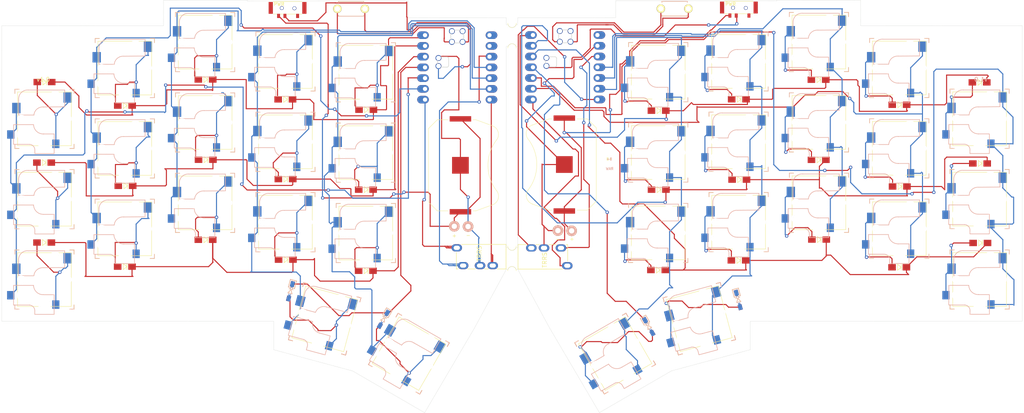
<source format=kicad_pcb>
(kicad_pcb (version 20211014) (generator pcbnew)
  (title_block (title "TOTEM split keyboard") (date "2022-11-03") (rev "0.3") (comment 1 "Made by GEIST"))
  (layers (0 "F.Cu" signal) (31 "B.Cu" signal) (34 "B.Paste" user) (35 "F.Paste" user) (36 "B.SilkS" user "B.Silkscreen") (37 "F.SilkS" user "F.Silkscreen") (38 "B.Mask" user) (39 "F.Mask" user) (44 "Edge.Cuts" user))
  (net 0 "")
  (net 1 "ROW0_L")
  (net 2 "Net-(DL1-Pad2)")
  (net 3 "Net-(DL2-Pad2)")
  (net 4 "Net-(DL3-Pad2)")
  (net 5 "Net-(DL4-Pad2)")
  (net 6 "Net-(DL5-Pad2)")
  (net 7 "ROW1_L")
  (net 8 "Net-(DL6-Pad2)")
  (net 9 "Net-(DL7-Pad2)")
  (net 10 "Net-(DL8-Pad2)")
  (net 11 "Net-(DL9-Pad2)")
  (net 12 "Net-(DL10-Pad2)")
  (net 13 "ROW2_L")
  (net 14 "Net-(DL11-Pad2)")
  (net 15 "Net-(DL12-Pad2)")
  (net 16 "Net-(DL13-Pad2)")
  (net 17 "Net-(DL14-Pad2)")
  (net 18 "Net-(DL15-Pad2)")
  (net 19 "ROW3_L")
  (net 20 "Net-(DL18-Pad2)")
  (net 21 "Net-(DL19-Pad2)")
  (net 22 "ROW0_R")
  (net 23 "Net-(DR1-Pad2)")
  (net 24 "Net-(DR2-Pad2)")
  (net 25 "Net-(DR3-Pad2)")
  (net 26 "Net-(DR4-Pad2)")
  (net 27 "Net-(DR5-Pad2)")
  (net 28 "ROW1_R")
  (net 29 "Net-(DR6-Pad2)")
  (net 30 "Net-(DR7-Pad2)")
  (net 31 "Net-(DR8-Pad2)")
  (net 32 "Net-(DR9-Pad2)")
  (net 33 "Net-(DR10-Pad2)")
  (net 34 "ROW2_R")
  (net 35 "Net-(DR11-Pad2)")
  (net 36 "Net-(DR12-Pad2)")
  (net 37 "Net-(DR13-Pad2)")
  (net 38 "Net-(DR14-Pad2)")
  (net 39 "Net-(DR15-Pad2)")
  (net 40 "ROW3_R")
  (net 41 "Net-(DR18-Pad2)")
  (net 42 "Net-(DR19-Pad2)")
  (net 43 "VBAT_L")
  (net 44 "VBAT_R")
  (net 46 "BAT+_L")
  (net 49 "RESET_L")
  (net 50 "GND_L")
  (net 51 "RESET_R")
  (net 52 "COL0_L")
  (net 53 "COL1_L")
  (net 54 "COL2_L")
  (net 55 "COL3_L")
  (net 56 "COL4_L")
  (net 57 "COL0_R")
  (net 58 "COL1_R")
  (net 59 "COL2_R")
  (net 60 "COL3_R")
  (net 61 "COL4_R")
  (net 62 "VCC_L")
  (net 65 "RX_L")
  (net 66 "TX_L")
  (net 70 "BAT+_R")
  (net 71 "RX_R")
  (net 72 "TX_R")
  (net 73 "VCC_R")
  (net 74 "GND_R")
  (footprint "TOTEMlib:Diode_SOD123" (layer "F.Cu") (at 94.588677 88.675 180)
    (fp_text reference "DL9" hide)
    (fp_text value "D_Small" hide)
  )
  (footprint "Keyswitches by Daprice:Kailh_socket_MX_reversible_sameside" (layer "F.Cu") (at 75.573821 56.281323)
    (fp_text reference "SW14" hide)
    (fp_text value "SW_Push" hide)
  )
  (footprint "Keyswitches by Daprice:Kailh_socket_MX_reversible_sameside" (layer "F.Cu") (at 258.7025 74.4025)
    (fp_text reference "SW14" hide)
    (fp_text value "SW_Push" hide)
  )
  (footprint "TOTEMlib:BatteryPad" (layer "F.Cu") (at 158.982144 100.8525)
    (fp_text reference "BATGND2" hide)
    (fp_text value "-" hide)
  )
  (footprint "Keyswitches by Daprice:Kailh_socket_MX_reversible_sameside" (layer "F.Cu") (at 103.848321 121.711823 -15)
    (fp_text reference "SW21" hide)
    (fp_text value "SW_Push" hide)
  )
  (footprint "TOTEMlib:MJ-4PP-9_1side" (layer "F.Cu") (at 149.407144 107.0525 90)
    (fp_text reference "J2")
    (fp_text value "MJ-4PP-9" hide)
  )
  (footprint "Keyswitches by Daprice:Kailh_socket_MX_reversible_sameside" (layer "F.Cu") (at 123.756321 129.963823 -30)
    (fp_text reference "SW20" hide)
    (fp_text value "SW_Push" hide)
  )
  (footprint "Keyswitches by Daprice:Kailh_socket_MX_reversible_sameside" (layer "F.Cu") (at 182.707144 82.4025)
    (fp_text reference "SW14" hide)
    (fp_text value "SW_Push" hide)
  )
  (footprint "Keyswitches by Daprice:Kailh_socket_MX_reversible_sameside" (layer "F.Cu") (at 113.563821 101.431323)
    (fp_text reference "SW14" hide)
    (fp_text value "SW_Push" hide)
  )
  (footprint "TOTEMlib:Diode_SOD123" (layer "F.Cu") (at 220.75 102.975 180)
    (fp_text reference "DR13" hide)
    (fp_text value "D_Small" hide)
  )
  (footprint "Keyswitches by Daprice:Kailh_socket_MX_reversible_sameside" (layer "F.Cu") (at 220.705 75.26)
    (fp_text reference "SW14" hide)
    (fp_text value "SW_Push" hide)
  )
  (footprint "Keyswitches by Daprice:Kailh_socket_MX_reversible_sameside" (layer "F.Cu") (at 75.563821 94.291323)
    (fp_text reference "SW14" hide)
    (fp_text value "SW_Push" hide)
  )
  (footprint "TOTEMlib:BatteryPad" (layer "F.Cu") (at 137.738821 99.886323)
    (fp_text reference "BATGND1" hide)
    (fp_text value "-" hide)
  )
  (footprint "TOTEMlib:Diode_SOD123" (layer "F.Cu") (at 239.825 90.425 180)
    (fp_text reference "DR7" hide)
    (fp_text value "D_Small" hide)
  )
  (footprint "kbd:ResetSW" (layer "F.Cu") (at 110.088821 48.411323)
    (fp_text reference "RSW1" hide)
    (fp_text value "SW_PUSH" hide)
  )
  (footprint "TOTEMlib:Diode_SOD123" (layer "F.Cu") (at 113.663677 72.275 180)
    (fp_text reference "DL5" hide)
    (fp_text value "D_Small" hide)
  )
  (footprint "TOTEMlib:MSK12C02" (layer "F.Cu") (at 98.938821 46.886323 -90)
    (fp_text reference "PWR")
    (fp_text value "SW_SPDT" hide)
  )
  (footprint "Keyswitches by Daprice:Kailh_socket_MX_reversible_sameside" (layer "F.Cu") (at 37.566321 112.433823)
    (fp_text reference "SW14" hide)
    (fp_text value "SW_Push" hide)
  )
  (footprint "Keyswitches by Daprice:Kailh_socket_MX_reversible_sameside" (layer "F.Cu") (at 201.725 98.85)
    (fp_text reference "SW14" hide)
    (fp_text value "SW_Push" hide)
  )
  (footprint "TOTEMlib:Diode_SOD123" (layer "F.Cu") (at 182.807144 72.5025 180)
    (fp_text reference "DR5" hide)
    (fp_text value "D_Small" hide)
  )
  (footprint "TOTEMlib:xiao-ble-smd-cutout" (layer "F.Cu") (at 135.188821 62.26123)
    (fp_text reference "U1" hide)
    (fp_text value "xiao-ble" hide)
    (fp_line (start -0.8382 -5.778) (end 0.8382 -5.778) (layer "Edge.Cuts") (width 0.12))
    (fp_line (start -4.699 -0.7488) (end -4.699 -1.7902) (layer "Edge.Cuts") (width 0.12))
    (fp_line (start -2.032 -2.095) (end -2.032 -0.444) (layer "Edge.Cuts") (width 0.12))
    (fp_line (start 1.524 -6.4638) (end 1.524 -8.1402) (layer "Edge.Cuts") (width 0.12))
    (fp_line (start -2.413 -0.063) (end -4.0132 -0.063) (layer "Edge.Cuts") (width 0.12))
    (fp_line (start -1.524 -6.4638) (end -1.524 -8.1402) (layer "Edge.Cuts") (width 0.12))
    (fp_line (start -0.8382 -8.826) (end 0.8382 -8.826) (layer "Edge.Cuts") (width 0.12))
    (fp_line (start -4.0132 -2.476) (end -2.413 -2.476) (layer "Edge.Cuts") (width 0.12))
    (fp_arc (start 0.8382 -5.778) (mid 0.920391 -6.381609) (end 1.524 -6.4638) (layer "Edge.Cuts") (width 0.12))
    (fp_arc (start -0.8382 -8.826) (mid -0.920391 -8.222391) (end -1.524 -8.1402) (layer "Edge.Cuts") (width 0.12))
    (fp_arc (start -1.524 -6.4638) (mid -0.920391 -6.381609) (end -0.8382 -5.778) (layer "Edge.Cuts") (width 0.12))
    (fp_arc (start 1.524 -8.1402) (mid 0.920393 -8.222393) (end 0.8382 -8.826) (layer "Edge.Cuts") (width 0.12))
    (fp_arc (start -4.0132 -2.476) (mid -4.095391 -1.872391) (end -4.699 -1.7902) (layer "Edge.Cuts") (width 0.12))
    (fp_arc (start -4.699 -0.7488) (mid -4.095391 -0.666609) (end -4.0132 -0.063) (layer "Edge.Cuts") (width 0.12))
    (fp_arc (start -2.413 -2.476) (mid -2.143592 -2.364408) (end -2.032 -2.095) (layer "Edge.Cuts") (width 0.12))
    (fp_arc (start -2.032 -0.444) (mid -2.143592 -0.174592) (end -2.413 -0.063) (layer "Edge.Cuts") (width 0.12))
  )
  (footprint "TOTEMlib:Diode_SOD123" (layer "F.Cu") (at 220.65 84.125 180)
    (fp_text reference "DR8" hide)
    (fp_text value "D_Small" hide)
  )
  (footprint "Duckyb-Parts:mouse-bite-5mm-slot-with-space-for-track" (layer "F.Cu") (at 148.125 107.425)
    (fp_text reference "mouse-bite-2mm-slot2" hide)
    (fp_text value "VAL**" hide)
  )
  (footprint "MountingHole:MountingHole_3.2mm_M3" (layer "F.Cu") (at 118.746321 50.233823)
    (fp_text reference "Mounting 01" hide)
    (fp_text value "MountingHole_3.2mm_M3")
  )
  (footprint "TOTEMlib:MSK12C02" (layer "F.Cu") (at 205.657144 46.8025 -90)
    (fp_text reference "PWR")
    (fp_text value "SW_SPDT" hide)
  )
  (footprint "* duckyb-collection:SMD_Diode_Tiny" (layer "F.Cu") (at 201.632144 117.2525 -75)
    (fp_text reference "D34" hide)
    (fp_text value "diode" hide)
  )
  (footprint "pierce:BatteryHolder_Keystone_3034_1x20mm" (layer "F.Cu") (at 135.938821 85.411323 90)
    (fp_text reference "BT1" hide)
    (fp_text value "Device_Battery_Cell" hide)
  )
  (footprint "Keyswitches by Daprice:Kailh_socket_MX_reversible_sameside" (layer "F.Cu") (at 94.563821 60.861323)
    (fp_text reference "SW14" hide)
    (fp_text value "SW_Push" hide)
  )
  (footprint "TOTEMlib:BatteryPad" (layer "F.Cu") (at 162.232144 100.9025)
    (fp_text reference "BAT+2" hide)
    (fp_text value "+" hide)
  )
  (footprint "Keyswitches by Daprice:Kailh_socket_MX_reversible_sameside" (layer "F.Cu") (at 239.705 81.4)
    (fp_text reference "SW14" hide)
    (fp_text value "SW_Push" hide)
  )
  (footprint "TOTEMlib:Diode_SOD123" (layer "F.Cu") (at 56.738677 90.275 180)
    (fp_text reference "DL7" hide)
    (fp_text value "D_Small" hide)
  )
  (footprint "TOTEMlib:Diode_SOD123" (layer "F.Cu") (at 182.682144 110.1775 180)
    (fp_text reference "DR15" hide)
    (fp_text value "D_Small" hide)
  )
  (footprint "TOTEMlib:Diode_SOD123" (layer "F.Cu") (at 75.713677 84.1 180)
    (fp_text reference "DL8" hide)
    (fp_text value "D_Small" hide)
  )
  (footprint "Keyswitches by Daprice:Kailh_socket_MX_reversible_sameside" (layer "F.Cu") (at 94.563821 79.861323)
    (fp_text reference "SW14" hide)
    (fp_text value "SW_Push" hide)
  )
  (footprint "TOTEMlib:Diode_SOD123" (layer "F.Cu") (at 94.638677 107.725 180)
    (fp_text reference "DL14" hide)
    (fp_text value "D_Small" hide)
  )
  (footprint "* duckyb-collection:SMD_Diode_Tiny" (layer "F.Cu") (at 117.763677 121.825 -120)
    (fp_text reference "D17" hide)
    (fp_text value "diode" hide)
  )
  (footprint "Duckyb-Parts:mouse-bite-5mm-slot-with-space-for-track" (layer "F.Cu") (at 148.15 54.75)
    (fp_text reference "mouse-bite-2mm-slot2" hide)
    (fp_text value "VAL**" hide)
  )
  (footprint "Keyswitches by Daprice:Kailh_socket_MX_reversible_sameside" (layer "F.Cu") (at 201.715 60.84)
    (fp_text reference "SW14" hide)
    (fp_text value "SW_Push" hide)
  )
  (footprint "Keyswitches by Daprice:Kailh_socket_MX_reversible_sameside" (layer "F.Cu") (at 182.707144 101.4025)
    (fp_text reference "SW14" hide)
    (fp_text value "SW_Push" hide)
  )
  (footprint "TOTEMlib:Diode_SOD123" (layer "F.Cu") (at 258.8 84.975 180)
    (fp_text reference "DR6" hide)
    (fp_text value "D_Small" hide)
  )
  (footprint "TOTEMlib:Diode_SOD123" (layer "F.Cu") (at 239.7 109.525 180)
    (fp_text reference "DR12" hide)
    (fp_text value "D_Small" hide)
  )
  (footprint "TOTEMlib:Diode_SOD123" (layer "F.Cu") (at 258.7 65.8 180)
    (fp_text reference "DR1" hide)
    (fp_text value "D_Small" hide)
  )
  (footprint "TOTEMlib:Diode_SOD123" (layer "F.Cu") (at 56.588677 109.375 180)
    (fp_text reference "DL12" hide)
    (fp_text value "D_Small" hide)
  )
  (footprint "Keyswitches by Daprice:Kailh_socket_MX_reversible_sameside" (layer "F.Cu") (at 113.573821 82.421323)
    (fp_text reference "SW14" hide)
    (fp_text value "SW_Push" hide)
  )
  (footprint "MountingHole:MountingHole_3.2mm_M3" (layer "F.Cu") (at 52.306321 115.553823)
    (fp_text reference "Mounting 03" hide)
    (fp_text value "MountingHole_3.2mm_M3")
  )
  (footprint "Keyswitches by Daprice:Kailh_socket_MX_reversible_sameside" (layer "F.Cu") (at 258.7025 93.4025)
    (fp_text reference "SW14" hide)
    (fp_text value "SW_Push" hide)
  )
  (footprint "Keyswitches by Daprice:Kailh_socket_MX_reversible_sameside" (layer "F.Cu") (at 182.709644 63.39)
    (fp_text reference "SW14" hide)
    (fp_text value "SW_Push" hide)
  )
  (footprint "* duckyb-collection:SMD_Diode_Tiny" (layer "F.Cu") (at 95.763677 115.2 -105)
    (fp_text reference "D16" hide)
    (fp_text value "diode" hide)
  )
  (footprint "pierce:BatteryHolder_Keystone_3034_1x20mm" (layer "F.Cu") (at 160.507144 85.2275 -90)
    (fp_text reference "BT1" hide)
    (fp_text value "Device_Battery_Cell" hide)
  )
  (footprint "TOTEMlib:Diode_SOD123" (layer "F.Cu") (at 75.663677 65.125 180)
    (fp_text reference "DL3" hide)
    (fp_text value "D_Small" hide)
  )
  (footprint "Keyswitches by Daprice:Kailh_socket_MX_reversible_sameside" (layer "F.Cu") (at 113.573821 63.421323)
    (fp_text reference "SW14" hide)
    (fp_text value "SW_Push" hide)
  )
  (footprint "* duckyb-collection:SMD_Diode_Tiny" (layer "F.Cu") (at 180.457144 123.5525 -60)
    (fp_text reference "D33" hide)
    (fp_text value "diode" hide)
  )
  (footprint "TOTEMlib:Diode_SOD123" (layer "F.Cu") (at 75.663677 103.025 180)
    (fp_text reference "DL13" hide)
    (fp_text value "D_Small" hide)
  )
  (footprint "TOTEMlib:Diode_SOD123" (layer "F.Cu") (at 258.875 103.775 180)
    (fp_text reference "DR11" hide)
    (fp_text value "D_Small" hide)
  )
  (footprint "TOTEMlib:MJ-4PP-9_1side" (layer "F.Cu") (at 146.875 107.025 -90)
    (fp_text reference "J1")
    (fp_text value "MJ-4PP-9" hide)
  )
  (footprint "Keyswitches by Daprice:Kailh_socket_MX_reversible_sameside" (layer "F.Cu") (at 75.573821 75.281323)
    (fp_text reference "SW14" hide)
    (fp_text value "SW_Push" hide)
  )
  (footprint "Keyswitches by Daprice:Kailh_socket_MX_reversible_sameside" (layer "F.Cu") (at 56.573821 81.421323)
    (fp_text reference "SW14" hide)
    (fp_text value "SW_Push" hide)
  )
  (footprint "TOTEMlib:Diode_SOD123" (layer "F.Cu") (at 37.588677 65.725 180)
    (fp_text reference "DL1" hide)
    (fp_text value "D_Small" hide)
  )
  (footprint "Keyswitches by Daprice:Kailh_socket_MX_reversible_sameside" (layer "F.Cu") (at 220.715 94.27)
    (fp_text reference "SW14" hide)
    (fp_text value "SW_Push" hide)
  )
  (footprint "Keyswitches by Daprice:Kailh_socket_MX_reversible_sameside" (layer "F.Cu") (at 239.715 100.41)
    (fp_text reference "SW14" hide)
    (fp_text value "SW_Push" hide)
  )
  (footprint "Keyswitches by Daprice:Kailh_socket_MX_reversible_sameside" (layer "F.Cu") (at 37.576321 74.423823)
    (fp_text reference "SW14" hide)
    (fp_text value "SW_Push" hide)
  )
  (footprint "TOTEMlib:Diode_SOD123" (layer "F.Cu") (at 56.613677 71.3 180)
    (fp_text reference "DL2" hide)
    (fp_text value "D_Small" hide)
  )
  (footprint "Keyswitches by Daprice:Kailh_socket_MX_reversible_sameside" (layer "F.Cu") (at 56.573821 62.421323)
    (fp_text reference "SW14" hide)
    (fp_text value "SW_Push" hide)
  )
  (footprint "TOTEMlib:Diode_SOD123" (layer "F.Cu") (at 113.588677 91.175 180)
    (fp_text reference "DL10" hide)
    (fp_text value "D_Small" hide)
  )
  (footprint "TOTEMlib:Diode_SOD123" (layer "F.Cu") (at 113.563677 110.35 180)
    (fp_text reference "DL15" hide)
    (fp_text value "D_Small" hide)
  )
  (footprint "Keyswitches by Daprice:Kailh_socket_MX_reversible_sameside" (layer "F.Cu") (at 94.553821 98.871323)
    (fp_text reference "SW14" hide)
    (fp_text value "SW_Push" hide)
  )
  (footprint "TOTEMlib:Diode_SOD123" (layer "F.Cu") (at 182.832144 91.1775 180)
    (fp_text reference "DR10" hide)
    (fp_text value "D_Small" hide)
  )
  (footprint "Keyswitches by Daprice:Kailh_socket_MX_reversible_sameside" (layer "F.Cu") (at 239.705 62.4)
    (fp_text reference "SW14" hide)
    (fp_text value "SW_Push" hide)
  )
  (footprint "Keyswitches by Daprice:Kailh_socket_MX_reversible_sameside" (layer "F.Cu") (at 201.715 79.84)
    (fp_text reference "SW14" hide)
    (fp_text value "SW_Push" hide)
  )
  (footprint "kbd:ResetSW" (layer "F.Cu") (at 186.582144 48.3775 180)
    (fp_text reference "RSW1" hide)
    (fp_text value "SW_PUSH" hide)
  )
  (footprint "TOTEMlib:BatteryPad" (layer "F.Cu") (at 134.488821 99.836323)
    (fp_text reference "BAT+1" hide)
    (fp_text value "+" hide)
  )
  (footprint "TOTEMlib:Diode_SOD123" (layer "F.Cu") (at 37.488677 84.775 180)
    (fp_text reference "DL6" hide)
    (fp_text value "D_Small" hide)
  )
  (footprint "TOTEMlib:Diode_SOD123" (layer "F.Cu") (at 220.625 65.175 180)
    (fp_text reference "DR3" hide)
    (fp_text value "D_Small" hide)
  )
  (footprint "Keyswitches by Daprice:Kailh_socket_MX_reversible_sameside" (layer "F.Cu") (at 220.705 56.26)
    (fp_text reference "SW14" hide)
    (fp_text value "SW_Push" hide)
  )
  (footprint "Keyswitches by Daprice:Kailh_socket_MX_reversible_sameside" (layer "F.Cu") (at 258.7125 112.4125)
    (fp_text reference "SW14" hide)
    (fp_text value "SW_Push" hide)
  )
  (footprint "TOTEMlib:Diode_SOD123" (layer "F.Cu") (at 94.538677 69.825 180)
    (fp_text reference "DL4" hide)
    (fp_text value "D_Small" hide)
  )
  (footprint "TOTEMlib:Diode_SOD123" (layer "F.Cu") (at 201.707144 107.9025 180)
    (fp_text reference "DR14" hide)
    (fp_text value "D_Small" hide)
  )
  (footprint "TOTEMlib:Diode_SOD123" (layer "F.Cu") (at 201.775 69.8 180)
    (fp_text reference "DR4" hide)
    (fp_text value "D_Small" hide)
  )
  (footprint "TOTEMlib:Diode_SOD123" (layer "F.Cu") (at 239.75 71.1 180)
    (fp_text reference "DR2" hide)
    (fp_text value "D_Small" hide)
  )
  (footprint "Keyswitches by Daprice:Kailh_socket_MX_reversible_sameside" (layer "F.Cu") (at 37.576321 93.423823)
    (fp_text reference "SW14" hide)
    (fp_text value "SW_Push" hide)
  )
  (footprint "Keyswitches by Daprice:Kailh_socket_MX_reversible_sameside" (layer "F.Cu") (at 56.563821 100.431323)
    (fp_text reference "SW14" hide)
    (fp_text value "SW_Push" hide)
  )
  (footprint "MountingHole:MountingHole_3.2mm_M3" (layer "F.Cu") (at 118.906321 114.333823)
    (fp_text reference "Mounting 02" hide)
    (fp_text value "MountingHole_3.2mm_M3")
  )
  (footprint "TOTEMlib:xiao-ble-smd-cutout" (layer "F.Cu") (at 160.707144 62.227407)
    (fp_text reference "U2" hide)
    (fp_text value "xiao-ble" hide)
    (fp_line (start 1.524 -6.4638) (end 1.524 -8.1402) (layer "Edge.Cuts") (width 0.12))
    (fp_line (start -4.699 -0.7488) (end -4.699 -1.7902) (layer "Edge.Cuts") (width 0.12))
    (fp_line (start -2.032 -2.095) (end -2.032 -0.444) (layer "Edge.Cuts") (width 0.12))
    (fp_line (start -1.524 -6.4638) (end -1.524 -8.1402) (layer "Edge.Cuts") (width 0.12))
    (fp_line (start -0.8382 -8.826) (end 0.8382 -8.826) (layer "Edge.Cuts") (width 0.12))
    (fp_line (start -0.8382 -5.778) (end 0.8382 -5.778) (layer "Edge.Cuts") (width 0.12))
    (fp_line (start -2.413 -0.063) (end -4.0132 -0.063) (layer "Edge.Cuts") (width 0.12))
    (fp_line (start -4.0132 -2.476) (end -2.413 -2.476) (layer "Edge.Cuts") (width 0.12))
    (fp_arc (start -4.699 -0.7488) (mid -4.095391 -0.666609) (end -4.0132 -0.063) (layer "Edge.Cuts") (width 0.12))
    (fp_arc (start -4.0132 -2.476) (mid -4.095391 -1.872391) (end -4.699 -1.7902) (layer "Edge.Cuts") (width 0.12))
    (fp_arc (start 0.8382 -5.778) (mid 0.920391 -6.381609) (end 1.524 -6.4638) (layer "Edge.Cuts") (width 0.12))
    (fp_arc (start -2.032 -0.444) (mid -2.143592 -0.174592) (end -2.413 -0.063) (layer "Edge.Cuts") (width 0.12))
    (fp_arc (start -2.413 -2.476) (mid -2.143592 -2.364408) (end -2.032 -2.095) (layer "Edge.Cuts") (width 0.12))
    (fp_arc (start -0.8382 -8.826) (mid -0.920391 -8.222391) (end -1.524 -8.1402) (layer "Edge.Cuts") (width 0.12))
    (fp_arc (start -1.524 -6.4638) (mid -0.920391 -6.381609) (end -0.8382 -5.778) (layer "Edge.Cuts") (width 0.12))
    (fp_arc (start 1.524 -8.1402) (mid 0.920393 -8.222393) (end 0.8382 -8.826) (layer "Edge.Cuts") (width 0.12))
  )
  (footprint "MountingHole:MountingHole_3.2mm_M3" (layer "F.Cu") (at 36.546321 57.633823)
    (fp_text reference "Mounting 04" hide)
    (fp_text value "MountingHole_3.2mm_M3")
  )
  (footprint "TOTEMlib:Diode_SOD123" (layer "F.Cu") (at 37.513677 103.675 180)
    (fp_text reference "DL11" hide)
    (fp_text value "D_Small" hide)
  )
  (footprint "TOTEMlib:Diode_SOD123" (layer "F.Cu") (at 201.882144 88.8025 180)
    (fp_text reference "DR9" hide)
    (fp_text value "D_Small" hide)
  )
  (footprint "Keyswitches by Daprice:Kailh_socket_MX_reversible_sameside" (layer "B.Cu") (at 172.5225 129.9425 -150)
    (fp_text reference "SW20" hide)
    (fp_text value "SW_Push" hide)
  )
  (footprint "MountingHole:MountingHole_3.2mm_M3" (layer "B.Cu") (at 177.5325 50.2125 180)
    (fp_text reference "Mounting 01" hide)
    (fp_text value "MountingHole_3.2mm_M3")
  )
  (footprint "MountingHole:MountingHole_3.2mm_M3" (layer "B.Cu") (at 259.7325 57.6125 180)
    (fp_text reference "Mounting 04" hide)
    (fp_text value "MountingHole_3.2mm_M3")
  )
  (footprint "Keyswitches by Daprice:Kailh_socket_MX_reversible_sameside" (layer "B.Cu") (at 192.4305 121.6905 -165)
    (fp_text reference "SW21" hide)
    (fp_text value "SW_Push" hide)
  )
  (footprint "MountingHole:MountingHole_3.2mm_M3" (layer "B.Cu") (at 243.9725 115.5325 180)
    (fp_text reference "Mounting 03" hide)
    (fp_text value "MountingHole_3.2mm_M3")
  )
  (footprint "MountingHole:MountingHole_3.2mm_M3" (layer "B.Cu") (at 177.3725 114.3125 180)
    (fp_text reference "Mounting 02" hide)
    (fp_text value "MountingHole_3.2mm_M3")
  )
  (gr_line (start 137.480321 102.011323) (end 138.097321 102.011323) (layer "F.SilkS") (width 0.15))
  (gr_line (start 134.180321 102.111323) (end 134.797321 102.111323) (layer "F.SilkS") (width 0.15))
  (gr_line (start 159.283644 102.9435) (end 158.666644 102.9435) (layer "F.SilkS") (width 0.15))
  (gr_line (start 162.309144 103.1905) (end 162.309144 102.5735) (layer "F.SilkS") (width 0.15))
  (gr_line (start 162.612644 102.8935) (end 161.995644 102.8935) (layer "F.SilkS") (width 0.15))
  (gr_line (start 134.488821 101.802823) (end 134.488821 102.419823) (layer "F.SilkS") (width 0.15))
  (gr_line (start 168.8025 143.8925) (end 157.040821 123.906892) (layer "Edge.Cuts") (width 0.05))
  (gr_line (start 249.8425 52.3825) (end 267.8725 52.386646) (layer "Edge.Cuts") (width 0.05))
  (gr_line (start 86.661321 46.560042) (end 85.516321 46.563823) (layer "Edge.Cuts") (width 0.05))
  (gr_line (start 268.7725 122.2725) (end 268.774642 118.518179) (layer "Edge.Cuts") (width 0.05))
  (gr_line (start 67.285776 46.373267) (end 85.315776 46.369121) (layer "Edge.Cuts") (width 0.05))
  (gr_line (start 229.103045 46.351944) (end 229.193045 46.351944) (layer "Edge.Cuts") (width 0.05))
  (gr_line (start 268.7775 64.227921) (end 268.774642 118.518179) (layer "Edge.Cuts") (width 0.05))
  (gr_line (start 149.475 104.895) (end 149.11625 104.895) (layer "Edge.Cuts") (width 0.05))
  (gr_line (start 191.5875 46.534573) (end 209.6175 46.538719) (layer "Edge.Cuts") (width 0.05))
  (gr_line (start 27.50131 62.824925) (end 27.50131 63.364379) (layer "Edge.Cuts") (width 0.05))
  (gr_line (start 173.5575 46.530427) (end 172.6275 46.531368) (layer "Edge.Cuts") (width 0.05))
  (gr_line (start 85.315776 46.369121) (end 85.516321 46.369121) (layer "Edge.Cuts") (width 0.05))
  (gr_line (start 139.238 123.928215) (end 146.806321 109.993823) (layer "Edge.Cuts") (width 0.05))
  (gr_line (start 210.7625 46.5425) (end 209.6175 46.538719) (layer "Edge.Cuts") (width 0.05))
  (gr_line (start 27.50131 64.189379) (end 27.501321 64.249244) (layer "Edge.Cuts") (width 0.05))
  (gr_line (start 268.572511 52.387635) (end 267.8725 52.386646) (layer "Edge.Cuts") (width 0.05))
  (gr_line (start 27.506321 58.223823) (end 27.506321 52.408958) (layer "Edge.Cuts") (width 0.05))
  (gr_line (start 147.19475 52.2) (end 146.80525 52.2) (layer "Edge.Cuts") (width 0.05))
  (gr_line (start 268.7725 52.387635) (end 268.7725 58.2025) (layer "Edge.Cuts") (width 0.05))
  (gr_line (start 47.586321 52.402834) (end 47.696321 52.402834) (layer "Edge.Cuts") (width 0.05))
  (gr_line (start 149.43375 52.2) (end 149.11625 52.2) (layer "Edge.Cuts") (width 0.05))
  (gr_line (start 268.572511 52.387635) (end 268.7725 52.387635) (layer "Edge.Cuts") (width 0.05))
  (gr_line (start 149.4805 50.50425) (end 167.5105 50.508396) (layer "Edge.Cuts") (width 0.05))
  (gr_line (start 268.777511 64.168056) (end 268.777511 63.343056) (layer "Edge.Cuts") (width 0.05))
  (gr_line (start 65.731321 46.373267) (end 66.220776 46.373267) (layer "Edge.Cuts") (width 0.05))
  (gr_line (start 230.5525 52.377365) (end 248.5825 52.381511) (layer "Edge.Cuts") (width 0.05))
  (gr_line (start 185.8325 134.0225) (end 204.4925 129.0025) (layer "Edge.Cuts") (width 0.05))
  (gr_line (start 28.406321 52.407969) (end 46.436321 52.403823) (layer "Edge.Cuts") (width 0.05))
  (gr_line (start 67.085776 46.373267) (end 66.220776 46.373267) (layer "Edge.Cuts") (width 0.05))
  (gr_line (start 91.786321 122.273823) (end 91.786321 129.023823) (layer "Edge.Cuts") (width 0.05))
  (gr_line (start 230.552511 51.4925) (end 230.552511 50.953046) (layer "Edge.Cuts") (width 0.05))
  (gr_arc (start 147.2 109.975) (mid 148.152499 109.330188) (end 149.104998 109.975001) (layer "Edge.Cuts") (width 0.05))
  (gr_line (start 149.43375 52.2) (end 149.4805 50.50425) (layer "Edge.Cuts") (width 0.05))
  (gr_line (start 27.506321 52.408958) (end 27.70631 52.408958) (layer "Edge.Cuts") (width 0.05))
  (gr_line (start 167.5105 50.508396) (end 172.632494 50.5025) (layer "Edge.Cuts") (width 0.05))
  (gr_line (start 230.5525 52.377365) (end 230.552511 52.3175) (layer "Edge.Cuts") (width 0.05))
  (gr_line (start 27.506321 122.293823) (end 91.786321 122.273823) (layer "Edge.Cuts") (width 0.05))
  (gr_line (start 228.993045 46.351944) (end 229.103045 46.351944) (layer "Edge.Cuts") (width 0.05))
  (gr_line (start 230.552511 52.3175) (end 230.552511 51.4925) (layer "Edge.Cuts") (width 0.05))
  (gr_line (start 139.238 123.928215) (end 127.476321 143.913823) (layer "Edge.Cuts") (width 0.05))
  (gr_line (start 149.43375 57.280001) (end 149.11625 57.280001) (layer "Edge.Cuts") (width 0.05))
  (gr_line (start 123.651321 46.552691) (end 122.721321 46.55175) (layer "Edge.Cuts") (width 0.05))
  (gr_line (start 65.72631 50.974369) (end 65.72631 51.513823) (layer "Edge.Cuts") (width 0.05))
  (gr_line (start 67.175776 46.373267) (end 67.285776 46.373267) (layer "Edge.Cuts") (width 0.05))
  (gr_line (start 146.798321 50.525573) (end 146.80525 52.2) (layer "Edge.Cuts") (width 0.05))
  (gr_line (start 85.516321 46.563823) (end 85.516321 46.369121) (layer "Edge.Cuts") (width 0.05))
  (gr_line (start 147.199999 109.975) (end 146.810499 109.975) (layer "Edge.Cuts") (width 0.05))
  (gr_line (start 65.72631 50.974369) (end 65.731321 46.373267) (layer "Edge.Cuts") (width 0.05))
  (gr_line (start 65.72631 52.338823) (end 65.726321 52.398688) (layer "Edge.Cuts") (width 0.05))
  (gr_line (start 123.646327 50.523823) (end 128.768321 50.529719) (layer "Edge.Cuts") (width 0.05))
  (gr_arc (start 149.099749 52.2) (mid 148.14725 52.844829) (end 147.194751 52.199999) (layer "Edge.Cuts") (width 0.05))
  (gr_line (start 27.504179 118.539502) (end 27.501321 64.249244) (layer "Edge.Cuts") (width 0.05))
  (gr_line (start 65.72631 51.513823) (end 65.72631 52.338823) (layer "Edge.Cuts") (width 0.05))
  (gr_line (start 172.632494 50.5025) (end 172.6275 46.531368) (layer "Edge.Cuts") (width 0.05))
  (gr_line (start 149.4725 109.9725) (end 157.040821 123.906892) (layer "Edge.Cuts") (width 0.05))
  (gr_line (start 104.691321 46.555896) (end 122.721321 46.55175) (layer "Edge.Cuts") (width 0.05))
  (gr_line (start 149.475 104.895) (end 149.4685 77.04025) (layer "Edge.Cuts") (width 0.05))
  (gr_arc (start 147.194751 57.28) (mid 148.14725 56.635171) (end 149.099749 57.280001) (layer "Edge.Cuts") (width 0.05))
  (gr_line (start 149.4685 77.04025) (end 149.43375 57.280001) (layer "Edge.Cuts") (width 0.05))
  (gr_line (start 47.696321 52.402834) (end 65.726321 52.398688) (layer "Edge.Cuts") (width 0.05))
  (gr_line (start 27.50131 63.364379) (end 27.50131 64.189379) (layer "Edge.Cuts") (width 0.05))
  (gr_line (start 86.661321 46.560042) (end 104.691321 46.555896) (layer "Edge.Cuts") (width 0.05))
  (gr_line (start 210.7625 46.347798) (end 210.7625 46.5425) (layer "Edge.Cuts") (width 0.05))
  (gr_line (start 168.8025 143.8925) (end 185.8325 134.0225) (layer "Edge.Cuts") (width 0.05))
  (gr_line (start 268.7725 58.2025) (end 268.777511 62.803602) (layer "Edge.Cuts") (width 0.05))
  (gr_line (start 123.651321 46.552691) (end 123.646327 50.523823) (layer "Edge.Cuts") (width 0.05))
  (gr_line (start 248.5825 52.381511) (end 248.6925 52.381511) (layer "Edge.Cuts") (width 0.05))
  (gr_line (start 268.7775 64.227921) (end 268.777511 64.168056) (layer "Edge.Cuts") (width 0.05))
  (gr_arc (start 149.104998 104.895) (mid 148.152499 105.539846) (end 147.2 104.894999) (layer "Edge.Cuts") (width 0.05))
  (gr_line (start 210.963045 46.347798) (end 228.993045 46.351944) (layer "Edge.Cuts") (width 0.05))
  (gr_line (start 204.4925 129.0025) (end 204.4925 122.2525) (layer "Edge.Cuts") (width 0.05))
  (gr_line (start 27.504179 118.539502) (end 27.506321 122.293823) (layer "Edge.Cuts") (width 0.05))
  (gr_line (start 91.786321 129.023823) (end 110.446321 134.043823) (layer "Edge.Cuts") (width 0.05))
  (gr_line (start 249.8425 52.3825) (end 248.7825 52.381511) (layer "Edge.Cuts") (width 0.05))
  (gr_line (start 268.777511 63.343056) (end 268.777511 62.803602) (layer "Edge.Cuts") (width 0.05))
  (gr_line (start 173.5575 46.530427) (end 191.5875 46.534573) (layer "Edge.Cuts") (width 0.05))
  (gr_line (start 230.058045 46.351944) (end 230.5475 46.351944) (layer "Edge.Cuts") (width 0.05))
  (gr_line (start 47.496321 52.402834) (end 47.586321 52.402834) (layer "Edge.Cuts") (width 0.05))
  (gr_line (start 146.810321 77.061573) (end 146.810499 104.895) (layer "Edge.Cuts") (width 0.05))
  (gr_line (start 248.6925 52.381511) (end 248.7825 52.381511) (layer "Edge.Cuts") (width 0.05))
  (gr_line (start 147.19475 57.28) (end 146.80525 57.28) (layer "Edge.Cuts") (width 0.05))
  (gr_line (start 230.058045 46.351944) (end 229.193045 46.351944) (layer "Edge.Cuts") (width 0.05))
  (gr_line (start 210.7625 46.347798) (end 210.963045 46.347798) (layer "Edge.Cuts") (width 0.05))
  (gr_line (start 27.50131 62.824925) (end 27.506321 58.223823) (layer "Edge.Cuts") (width 0.05))
  (gr_line (start 147.199999 104.895) (end 146.810499 104.895) (layer "Edge.Cuts") (width 0.05))
  (gr_line (start 67.085776 46.373267) (end 67.175776 46.373267) (layer "Edge.Cuts") (width 0.05))
  (gr_line (start 128.768321 50.529719) (end 146.798321 50.525573) (layer "Edge.Cuts") (width 0.05))
  (gr_line (start 47.496321 52.402834) (end 46.436321 52.403823) (layer "Edge.Cuts") (width 0.05))
  (gr_line (start 28.406321 52.407969) (end 27.70631 52.408958) (layer "Edge.Cuts") (width 0.05))
  (gr_line (start 230.5475 46.351944) (end 230.552511 50.953046) (layer "Edge.Cuts") (width 0.05))
  (gr_line (start 204.4925 122.2525) (end 268.7725 122.2725) (layer "Edge.Cuts") (width 0.05))
  (gr_line (start 110.446321 134.043823) (end 127.476321 143.913823) (layer "Edge.Cuts") (width 0.05))
  (gr_line (start 146.80525 57.28) (end 146.810321 77.061573) (layer "Edge.Cuts") (width 0.05))
  (gr_line (start 149.4725 109.9725) (end 149.11625 109.975) (layer "Edge.Cuts") (width 0.05))
  (gr_text "B+" (at 171.1315 83.9365) (layer "B.SilkS") (effects (font (size 0.6 0.6) (thickness 0.1)) (justify mirror)))
  (gr_text "v1.0" (at 258.9985 65.0935) (layer "B.SilkS") (effects (font (size 1 1)) (justify mirror)))
  (gr_text "RAW" (at 170.2425 86.2225) (layer "B.SilkS") (effects (font (size 0.6 0.6) (thickness 0.12)) (justify right mirror)))
  (gr_text "v1.0" (at 37.280321 65.114823) (layer "F.SilkS") (effects (font (size 1 1))))
  (gr_text "B+" (at 171.1315 83.9365) (layer "F.SilkS") (effects (font (size 0.6 0.6) (thickness 0.1))))
  (segment (start 101.263677 74.6) (end 115.263677 74.6) (width 0.25) (layer "F.Cu") (net 1))
  (segment (start 58.438677 73.525) (end 58.313677 73.4) (width 0.25) (layer "F.Cu") (net 1))
  (segment (start 96.163677 72.025) (end 96.238677 71.95) (width 0.25) (layer "F.Cu") (net 1))
  (segment (start 118.938677 61.7) (end 118.788677 61.85) (width 0.25) (layer "F.Cu") (net 1))
  (segment (start 118.338677 72.275) (end 115.363677 72.275) (width 0.25) (layer "F.Cu") (net 1))
  (segment (start 118.463677 72.15) (end 118.338677 72.275) (width 0.25) (layer "F.Cu") (net 1))
  (segment (start 118.363677 66.575) (end 118.463677 66.675) (width 0.25) (layer "F.Cu") (net 1))
  (segment (start 96.238677 71.95) (end 96.238677 69.825) (width 0.25) (layer "F.Cu") (net 1))
  (segment (start 58.313677 73.4) (end 58.313677 71.3) (width 0.25) (layer "F.Cu") (net 1))
  (segment (start 47.538677 73.525) (end 58.438677 73.525) (width 0.25) (layer "F.Cu") (net 1))
  (segment (start 58.313677 71.3) (end 66.038677 71.3) (width 0.25) (layer "F.Cu") (net 1))
  (segment (start 115.363677 74.5) (end 115.363677 72.275) (width 0.25) (layer "F.Cu") (net 1))
  (segment (start 96.238677 69.825) (end 100.363677 69.825) (width 0.25) (layer "F.Cu") (net 1))
  (segment (start 119.288677 55.25) (end 118.938677 55.6) (width 0.25) (layer "F.Cu") (net 1))
  (segment (start 66.488677 67.575) (end 77.163677 67.575) (width 0.25) (layer "F.Cu") (net 1))
  (segment (start 77.313677 67.725) (end 77.363677 67.675) (width 0.25) (layer "F.Cu") (net 1))
  (segment (start 45.713677 71.7) (end 47.538677 73.525) (width 0.25) (layer "F.Cu") (net 1))
  (segment (start 118.938677 55.6) (end 118.938677 61.7) (width 0.25) (layer "F.Cu") (net 1))
  (segment (start 127.568821 54.64123) (end 126.960051 55.25) (width 0.25) (layer "F.Cu") (net 1))
  (segment (start 100.363677 69.825) (end 101.263677 70.725) (width 0.25) (layer "F.Cu") (net 1))
  (segment (start 42.413677 65.725) (end 45.713677 69.025) (width 0.25) (layer "F.Cu") (net 1))
  (segment (start 117.163677 66.575) (end 118.363677 66.575) (width 0.25) (layer "F.Cu") (net 1))
  (segment (start 66.038677 71.3) (end 66.488677 70.85) (width 0.25) (layer "F.Cu") (net 1))
  (segment (start 39.288677 65.725) (end 42.413677 65.725) (width 0.25) (layer "F.Cu") (net 1))
  (segment (start 126.960051 55.25) (end 119.288677 55.25) (width 0.25) (layer "F.Cu") (net 1))
  (segment (start 117.063677 66.475) (end 117.163677 66.575) (width 0.25) (layer "F.Cu") (net 1))
  (segment (start 101.263677 70.725) (end 101.263677 74.6) (width 0.25) (layer "F.Cu") (net 1))
  (segment (start 118.463677 66.675) (end 118.463677 72.15) (width 0.25) (layer "F.Cu") (net 1))
  (segment (start 45.713677 69.025) (end 45.713677 71.7) (width 0.25) (layer "F.Cu") (net 1))
  (segment (start 115.263677 74.6) (end 115.363677 74.5) (width 0.25) (layer "F.Cu") (net 1))
  (segment (start 66.488677 70.85) (end 66.488677 67.575) (width 0.25) (layer "F.Cu") (net 1))
  (segment (start 77.163677 67.575) (end 77.313677 67.725) (width 0.25) (layer "F.Cu") (net 1))
  (segment (start 118.788677 61.85) (end 117.088677 61.85) (width 0.25) (layer "F.Cu") (net 1))
  (segment (start 117.063677 61.875) (end 117.063677 66.475) (width 0.25) (layer "F.Cu") (net 1))
  (segment (start 85.213677 65.125) (end 85.288677 65.2) (width 0.25) (layer "F.Cu") (net 1))
  (segment (start 77.363677 67.675) (end 77.363677 65.125) (width 0.25) (layer "F.Cu") (net 1))
  (segment (start 85.288677 65.2) (end 85.288677 72.025) (width 0.25) (layer "F.Cu") (net 1))
  (segment (start 85.288677 72.025) (end 96.163677 72.025) (width 0.25) (layer "F.Cu") (net 1))
  (segment (start 117.088677 61.85) (end 117.063677 61.875) (width 0.25) (layer "F.Cu") (net 1))
  (segment (start 77.363677 65.125) (end 85.213677 65.125) (width 0.25) (layer "F.Cu") (net 1))
  (segment (start 35.888677 65.725) (end 35.888677 68.9) (width 0.25) (layer "F.Cu") (net 2))
  (segment (start 35.888677 68.9) (end 40.363677 73.375) (width 0.25) (layer "F.Cu") (net 2))
  (via (at 40.363677 73.375) (size 0.8) (drill 0.4) (layers "F.Cu" "B.Cu") (net 2))
  (segment (start 40.363677 73.375) (end 43.061321 70.677356) (width 0.25) (layer "B.Cu") (net 2))
  (segment (start 40.271321 73.467356) (end 40.363677 73.375) (width 0.25) (layer "B.Cu") (net 2))
  (segment (start 43.061321 70.677356) (end 43.061321 69.373823) (width 0.25) (layer "B.Cu") (net 2))
  (segment (start 40.271321 80.333823) (end 40.271321 73.467356) (width 0.25) (layer "B.Cu") (net 2))
  (segment (start 57.709294 65.744856) (end 59.268821 65.744856) (width 0.25) (layer "F.Cu") (net 3))
  (segment (start 54.363677 70.75) (end 54.363677 66.275) (width 0.25) (layer "F.Cu") (net 3))
  (segment (start 57.17915 66.275) (end 57.709294 65.744856) (width 0.25) (layer "F.Cu") (net 3))
  (segment (start 54.363677 66.275) (end 57.17915 66.275) (width 0.25) (layer "F.Cu") (net 3))
  (segment (start 54.913677 71.3) (end 54.363677 70.75) (width 0.25) (layer "F.Cu") (net 3))
  (via (at 59.268821 65.744856) (size 0.8) (drill 0.4) (layers "F.Cu" "B.Cu") (net 3))
  (segment (start 62.188677 59.425) (end 62.058821 59.295144) (width 0.25) (layer "B.Cu") (net 3))
  (segment (start 62.058821 59.295144) (end 62.058821 57.371323) (width 0.25) (layer "B.Cu") (net 3))
  (segment (start 59.268821 68.331323) (end 59.268821 65.744856) (width 0.25) (layer "B.Cu") (net 3))
  (segment (start 61.463677 59.425) (end 62.188677 59.425) (width 0.25) (layer "B.Cu") (net 3))
  (segment (start 59.268821 65.744856) (end 59.268821 61.619856) (width 0.25) (layer "B.Cu") (net 3))
  (segment (start 59.268821 61.619856) (end 61.463677 59.425) (width 0.25) (layer "B.Cu") (net 3))
  (segment (start 73.633533 59.505144) (end 78.268821 59.505144) (width 0.25) (layer "F.Cu") (net 4))
  (segment (start 73.088677 60.05) (end 73.633533 59.505144) (width 0.25) (layer "F.Cu") (net 4))
  (segment (start 73.963677 65.125) (end 73.088677 64.25) (width 0.25) (layer "F.Cu") (net 4))
  (segment (start 73.088677 64.25) (end 73.088677 60.05) (width 0.25) (layer "F.Cu") (net 4))
  (via (at 78.268821 59.505144) (size 0.8) (drill 0.4) (layers "F.Cu" "B.Cu") (net 4))
  (segment (start 78.268821 62.191323) (end 78.268821 59.505144) (width 0.25) (layer "B.Cu") (net 4))
  (segment (start 78.268821 59.505144) (end 78.268821 55.694856) (width 0.25) (layer "B.Cu") (net 4))
  (segment (start 81.058821 52.904856) (end 81.058821 51.231323) (width 0.25) (layer "B.Cu") (net 4))
  (segment (start 78.268821 55.694856) (end 81.058821 52.904856) (width 0.25) (layer "B.Cu") (net 4))
  (segment (start 94.57915 64.125) (end 94.834006 63.870144) (width 0.25) (layer "F.Cu") (net 5))
  (segment (start 92.68882 64.149857) (end 92.713677 64.125) (width 0.25) (layer "F.Cu") (net 5))
  (segment (start 94.834006 63.870144) (end 97.258821 63.870144) (width 0.25) (layer "F.Cu") (net 5))
  (segment (start 92.68882 69.675143) (end 92.68882 64.149857) (width 0.25) (layer "F.Cu") (net 5))
  (segment (start 92.713677 64.125) (end 94.57915 64.125) (width 0.25) (layer "F.Cu") (net 5))
  (segment (start 92.838677 69.825) (end 92.68882 69.675143) (width 0.25) (layer "F.Cu") (net 5))
  (via (at 97.258821 63.870144) (size 0.8) (drill 0.4) (layers "F.Cu" "B.Cu") (net 5))
  (segment (start 97.258821 66.771323) (end 97.258821 63.870144) (width 0.25) (layer "B.Cu") (net 5))
  (segment (start 97.258821 63.870144) (end 97.258821 58.601323) (width 0.25) (layer "B.Cu") (net 5))
  (segment (start 97.258821 58.601323) (end 100.048821 55.811323) (width 0.25) (layer "B.Cu") (net 5))
  (segment (start 111.963677 72.275) (end 111.013677 71.325) (width 0.25) (layer "F.Cu") (net 6))
  (segment (start 114.624006 66.480144) (end 116.268821 66.480144) (width 0.25) (layer "F.Cu") (net 6))
  (segment (start 114.00415 67.1) (end 114.624006 66.480144) (width 0.25) (layer "F.Cu") (net 6))
  (segment (start 111.013677 67.1) (end 114.00415 67.1) (width 0.25) (layer "F.Cu") (net 6))
  (segment (start 111.013677 71.325) (end 111.013677 67.1) (width 0.25) (layer "F.Cu") (net 6))
  (via (at 116.268821 66.480144) (size 0.8) (drill 0.4) (layers "F.Cu" "B.Cu") (net 6))
  (segment (start 116.268821 69.331323) (end 116.268821 66.480144) (width 0.25) (layer "B.Cu") (net 6))
  (segment (start 116.268821 66.480144) (end 116.268821 61.161323) (width 0.25) (layer "B.Cu") (net 6))
  (segment (start 119.091821 58.343823) (end 119.866321 58.343823) (width 0.2) (layer "B.Cu") (net 6))
  (segment (start 116.268821 61.161323) (end 119.058821 58.371323) (width 0.25) (layer "B.Cu") (net 6))
  (segment (start 107.438677 90.9) (end 109.913677 90.9) (width 0.25) (layer "F.Cu") (net 7))
  (segment (start 110.038677 91.025) (end 110.038677 92.6) (width 0.25) (layer "F.Cu") (net 7))
  (segment (start 47.463677 85.025) (end 47.463677 92.65) (width 0.25) (layer "F.Cu") (net 7))
  (segment (start 39.188677 84.775) (end 47.213677 84.775) (width 0.25) (layer "F.Cu") (net 7))
  (segment (start 110.038677 92.6) (end 110.088677 92.65) (width 0.25) (layer "F.Cu") (net 7))
  (segment (start 77.413677 86.225) (end 77.413677 84.1) (width 0.25) (layer "F.Cu") (net 7))
  (segment (start 127.568821 57.18123) (end 120.632447 57.18123) (width 0.25) (layer "F.Cu") (net 7))
  (segment (start 110.088677 92.65) (end 115.288677 92.65) (width 0.25) (layer "F.Cu") (net 7))
  (segment (start 96.088677 90.175) (end 96.288677 89.975) (width 0.25) (layer "F.Cu") (net 7))
  (segment (start 58.438677 92.4) (end 58.438677 90.275) (width 0.25) (layer "F.Cu") (net 7))
  (segment (start 115.288677 92.65) (end 115.288677 91.175) (width 0.25) (layer "F.Cu") (net 7))
  (segment (start 66.413677 90.025) (end 66.413677 86.575) (width 0.25) (layer "F.Cu") (net 7))
  (segment (start 47.463677 92.65) (end 58.438677 92.65) (width 0.25) (layer "F.Cu") (net 7))
  (segment (start 58.438677 92.65) (end 58.563677 92.525) (width 0.25) (layer "F.Cu") (net 7))
  (segment (start 105.213677 88.675) (end 107.438677 90.9) (width 0.25) (layer "F.Cu") (net 7))
  (segment (start 120.632447 57.18123) (end 120.413677 57.4) (width 0.25) (layer "F.Cu") (net 7))
  (segment (start 120.413677 57.4) (end 120.413677 90.875) (width 0.25) (layer "F.Cu") (net 7))
  (segment (start 85.463677 84.275) (end 85.463677 88.675) (width 0.25) (layer "F.Cu") (net 7))
  (segment (start 86.963677 90.175) (end 96.088677 90.175) (width 0.25) (layer "F.Cu") (net 7))
  (segment (start 85.188677 84.1) (end 85.238677 84.05) (width 0.25) (layer "F.Cu") (net 7))
  (segment (start 96.288677 89.975) (end 96.288677 88.675) (width 0.25) (layer "F.Cu") (net 7))
  (segment (start 85.463677 88.675) (end 86.963677 90.175) (width 0.25) (layer "F.Cu") (net 7))
  (segment (start 66.163677 90.275) (end 66.413677 90.025) (width 0.25) (layer "F.Cu") (net 7))
  (segment (start 66.413677 86.575) (end 66.063677 86.225) (width 0.25) (layer "F.Cu") (net 7))
  (segment (start 77.413677 84.1) (end 85.188677 84.1) (width 0.25) (layer "F.Cu") (net 7))
  (segment (start 66.063677 86.225) (end 77.413677 86.225) (width 0.25) (layer "F.Cu") (net 7))
  (segment (start 58.563677 92.525) (end 58.438677 92.4) (width 0.25) (layer "F.Cu") (net 7))
  (segment (start 120.638677 91.1) (end 120.563677 91.175) (width 0.25) (layer "F.Cu") (net 7))
  (segment (start 58.438677 90.275) (end 66.163677 90.275) (width 0.25) (layer "F.Cu") (net 7))
  (segment (start 120.563677 91.175) (end 115.288677 91.175) (width 0.25) (layer "F.Cu") (net 7))
  (segment (start 109.913677 90.9) (end 110.038677 91.025) (width 0.25) (layer "F.Cu") (net 7))
  (segment (start 96.288677 88.675) (end 105.213677 88.675) (width 0.25) (layer "F.Cu") (net 7))
  (segment (start 120.413677 90.875) (end 120.638677 91.1) (width 0.25) (layer "F.Cu") (net 7))
  (segment (start 47.213677 84.775) (end 47.463677 85.025) (width 0.25) (layer "F.Cu") (net 7))
  (segment (start 85.238677 84.05) (end 85.463677 84.275) (width 0.25) (layer "F.Cu") (net 7))
  (segment (start 35.788677 84.775) (end 35.788677 86.667831) (width 0.25) (layer "F.Cu") (net 8))
  (segment (start 40.688677 91.567831) (end 40.688677 93.175) (width 0.25) (layer "F.Cu") (net 8))
  (segment (start 35.788677 86.667831) (end 40.688677 91.567831) (width 0.25) (layer "F.Cu") (net 8))
  (via (at 40.688677 93.175) (size 0.8) (drill 0.4) (layers "F.Cu" "B.Cu") (net 8))
  (segment (start 40.271321 93.592356) (end 40.688677 93.175) (width 0.25) (layer "B.Cu") (net 8))
  (segment (start 40.271321 99.333823) (end 40.271321 93.592356) (width 0.25) (layer "B.Cu") (net 8))
  (segment (start 43.061321 90.802356) (end 43.061321 88.373823) (width 0.25) (layer "B.Cu") (net 8))
  (segment (start 40.688677 93.175) (end 43.061321 90.802356) (width 0.25) (layer "B.Cu") (net 8))
  (segment (start 55.038677 90.275) (end 54.363677 89.6) (width 0.25) (layer "F.Cu") (net 9))
  (segment (start 57.12915 85.225) (end 57.549006 84.805144) (width 0.25) (layer "F.Cu") (net 9))
  (segment (start 54.363677 85.225) (end 57.12915 85.225) (width 0.25) (layer "F.Cu") (net 9))
  (segment (start 57.549006 84.805144) (end 59.268821 84.805144) (width 0.25) (layer "F.Cu") (net 9))
  (segment (start 54.363677 89.6) (end 54.363677 85.225) (width 0.25) (layer "F.Cu") (net 9))
  (via (at 59.268821 84.805144) (size 0.8) (drill 0.4) (layers "F.Cu" "B.Cu") (net 9))
  (segment (start 59.268821 81.194856) (end 61.738677 78.725) (width 0.25) (layer "B.Cu") (net 9))
  (segment (start 62.513677 78.725) (end 62.058821 78.270144) (width 0.25) (layer "B.Cu") (net 9))
  (segment (start 62.058821 78.270144) (end 62.058821 76.371323) (width 0.25) (layer "B.Cu") (net 9))
  (segment (start 61.738677 78.725) (end 62.513677 78.725) (width 0.25) (layer "B.Cu") (net 9))
  (segment (start 59.268821 84.805144) (end 59.268821 81.194856) (width 0.25) (layer "B.Cu") (net 9))
  (segment (start 59.268821 87.331323) (end 59.268821 84.805144) (width 0.25) (layer "B.Cu") (net 9))
  (segment (start 74.013677 84.1) (end 73.313677 83.4) (width 0.25) (layer "F.Cu") (net 10))
  (segment (start 73.313677 78.775) (end 73.743821 78.344856) (width 0.25) (layer "F.Cu") (net 10))
  (segment (start 73.743821 78.344856) (end 78.268821 78.344856) (width 0.25) (layer "F.Cu") (net 10))
  (segment (start 73.313677 83.4) (end 73.313677 78.775) (width 0.25) (layer "F.Cu") (net 10))
  (via (at 78.268821 78.344856) (size 0.8) (drill 0.4) (layers "F.Cu" "B.Cu") (net 10))
  (segment (start 78.268821 73.021323) (end 81.058821 70.231323) (width 0.25) (layer "B.Cu") (net 10))
  (segment (start 81.841321 70.221823) (end 79.847331 68.227833) (width 0.2) (layer "B.Cu") (net 10))
  (segment (start 78.268821 78.344856) (end 78.268821 73.021323) (width 0.25) (layer "B.Cu") (net 10))
  (segment (start 78.268821 81.191323) (end 78.268821 78.344856) (width 0.25) (layer "B.Cu") (net 10))
  (segment (start 79.847331 68.227833) (end 79.444321 68.227833) (width 0.2) (layer "B.Cu") (net 10))
  (segment (start 81.866321 70.221823) (end 81.841321 70.221823) (width 0.2) (layer "B.Cu") (net 10))
  (segment (start 92.888677 88.675) (end 92.888677 87.1) (width 0.25) (layer "F.Cu") (net 11))
  (segment (start 92.888677 87.1) (end 91.688677 85.9) (width 0.25) (layer "F.Cu") (net 11))
  (segment (start 91.688677 85.9) (end 91.688677 84.8) (width 0.25) (layer "F.Cu") (net 11))
  (segment (start 91.688677 84.8) (end 93.968533 82.520144) (width 0.25) (layer "F.Cu") (net 11))
  (segment (start 93.968533 82.520144) (end 97.258821 82.520144) (width 0.25) (layer "F.Cu") (net 11))
  (via (at 97.258821 82.520144) (size 0.8) (drill 0.4) (layers "F.Cu" "B.Cu") (net 11))
  (segment (start 100.048821 74.811323) (end 100.048821 76.814856) (width 0.25) (layer "B.Cu") (net 11))
  (segment (start 97.258821 82.520144) (end 97.258821 85.771323) (width 0.25) (layer "B.Cu") (net 11))
  (segment (start 100.048821 76.814856) (end 97.258821 79.604856) (width 0.25) (layer "B.Cu") (net 11))
  (segment (start 97.258821 79.604856) (end 97.258821 82.520144) (width 0.25) (layer "B.Cu") (net 11))
  (segment (start 111.400846 88.8) (end 110.938677 88.8) (width 0.25) (layer "F.Cu") (net 12))
  (segment (start 110.938677 88.8) (end 110.938677 86.475) (width 0.25) (layer "F.Cu") (net 12))
  (segment (start 111.888677 91.175) (end 111.888677 89.287831) (width 0.25) (layer "F.Cu") (net 12))
  (segment (start 111.888677 89.287831) (end 111.400846 88.8) (width 0.25) (layer "F.Cu") (net 12))
  (segment (start 110.938677 86.475) (end 111.738677 85.675) (width 0.25) (layer "F.Cu") (net 12))
  (via (at 111.738677 85.675) (size 0.8) (drill 0.4) (layers "F.Cu" "B.Cu") (net 12))
  (segment (start 116.163677 85.675) (end 116.268821 85.569856) (width 0.25) (layer "B.Cu") (net 12))
  (segment (start 116.268821 80.161323) (end 119.058821 77.371323) (width 0.25) (layer "B.Cu") (net 12))
  (segment (start 116.268821 85.569856) (end 116.268821 80.161323) (width 0.25) (layer "B.Cu") (net 12))
  (segment (start 111.738677 85.675) (end 116.163677 85.675) (width 0.25) (layer "B.Cu") (net 12))
  (segment (start 116.268821 88.331323) (end 116.268821 85.569856) (width 0.25) (layer "B.Cu") (net 12))
  (segment (start 80.713677 110.725) (end 77.363677 107.375) (width 0.25) (layer "F.Cu") (net 13))
  (segment (start 127.568821 59.72123) (end 124.917447 59.72123) (width 0.25) (layer "F.Cu") (net 13))
  (segment (start 47.388677 111.475) (end 47.163677 111.7) (width 0.25) (layer "F.Cu") (net 13))
  (segment (start 115.263677 110.35) (end 115.263677 112.05) (width 0.25) (layer "F.Cu") (net 13))
  (segment (start 58.488677 111.7) (end 58.288677 111.5) (width 0.25) (layer "F.Cu") (net 13))
  (segment (start 77.363677 107.375) (end 77.363677 103.025) (width 0.25) (layer "F.Cu") (net 13))
  (segment (start 47.388677 103.875) (end 47.388677 111.475) (width 0.25) (layer "F.Cu") (net 13))
  (segment (start 47.188677 103.675) (end 47.388677 103.875) (width 0.25) (layer "F.Cu") (net 13))
  (segment (start 77.438677 108.325) (end 77.363677 108.25) (width 0.25) (layer "F.Cu") (net 13))
  (segment (start 114.513677 112.8) (end 102.763677 112.8) (width 0.25) (layer "F.Cu") (net 13))
  (segment (start 124.917447 59.72123) (end 121.238677 63.4) (width 0.25) (layer "F.Cu") (net 13))
  (segment (start 96.063677 110.725) (end 80.713677 110.725) (width 0.25) (layer "F.Cu") (net 13))
  (segment (start 96.338677 107.725) (end 96.338677 110.45) (width 0.25) (layer "F.Cu") (net 13))
  (segment (start 121.238677 63.4) (end 121.238677 109.45) (width 0.25) (layer "F.Cu") (net 13))
  (segment (start 39.213677 103.675) (end 47.188677 103.675) (width 0.25) (layer "F.Cu") (net 13))
  (segment (start 47.163677 111.7) (end 58.488677 111.7) (width 0.25) (layer "F.Cu") (net 13))
  (segment (start 101.438677 111.475) (end 101.438677 107.45) (width 0.25) (layer "F.Cu") (net 13))
  (segment (start 102.763677 112.8) (end 101.438677 111.475) (width 0.25) (layer "F.Cu") (net 13))
  (segment (start 77.363677 108.25) (end 77.363677 103.025) (width 0.25) (layer "F.Cu") (net 13))
  (segment (start 58.288677 111.5) (end 58.288677 109.375) (width 0.25) (layer "F.Cu") (net 13))
  (segment (start 58.288677 109.375) (end 76.388677 109.375) (width 0.25) (layer "F.Cu") (net 13))
  (segment (start 96.338677 110.45) (end 96.063677 110.725) (width 0.25) (layer "F.Cu") (net 13))
  (segment (start 121.238677 109.45) (end 120.338677 110.35) (width 0.25) (layer "F.Cu") (net 13))
  (segment (start 115.263677 112.05) (end 114.513677 112.8) (width 0.25) (layer "F.Cu") (net 13))
  (segment (start 101.438677 107.45) (end 101.163677 107.725) (width 0.25) (layer "F.Cu") (net 13))
  (segment (start 101.163677 107.725) (end 96.338677 107.725) (width 0.25) (layer "F.Cu") (net 13))
  (segment (start 120.338677 110.35) (end 115.263677 110.35) (width 0.25) (layer "F.Cu") (net 13))
  (segment (start 76.388677 109.375) (end 77.438677 108.325) (width 0.25) (layer "F.Cu") (net 13))
  (segment (start 35.813677 106.75) (end 39.763677 110.7) (width 0.25) (layer "F.Cu") (net 14))
  (segment (start 35.813677 103.675) (end 35.813677 106.75) (width 0.25) (layer "F.Cu") (net 14))
  (segment (start 39.763677 110.7) (end 41.213677 110.7) (width 0.25) (layer "F.Cu") (net 14))
  (via (at 41.213677 110.7) (size 0.8) (drill 0.4) (layers "F.Cu" "B.Cu") (net 14))
  (segment (start 42.163677 109.75) (end 42.588677 109.75) (width 0.25) (layer "B.Cu") (net 14))
  (segment (start 42.588677 109.75) (end 43.051321 109.287356) (width 0.25) (layer "B.Cu") (net 14))
  (segment (start 43.051321 109.287356) (end 43.051321 107.383823) (width 0.25) (layer "B.Cu") (net 14))
  (segment (start 40.261321 111.652356) (end 41.213677 110.7) (width 0.25) (layer "B.Cu") (net 14))
  (segment (start 40.261321 118.343823) (end 40.261321 111.652356) (width 0.25) (layer "B.Cu") (net 14))
  (segment (start 41.213677 110.7) (end 42.163677 109.75) (width 0.25) (layer "B.Cu") (net 14))
  (segment (start 54.313677 108.8) (end 54.313677 103.65) (width 0.25) (layer "F.Cu") (net 15))
  (segment (start 54.313677 103.65) (end 59.113677 103.65) (width 0.25) (layer "F.Cu") (net 15))
  (segment (start 59.113677 103.65) (end 59.258821 103.795144) (width 0.25) (layer "F.Cu") (net 15))
  (segment (start 54.888677 109.375) (end 54.313677 108.8) (width 0.25) (layer "F.Cu") (net 15))
  (via (at 59.258821 103.795144) (size 0.8) (drill 0.4) (layers "F.Cu" "B.Cu") (net 15))
  (segment (start 60.563677 98) (end 62.288677 98) (width 0.25) (layer "B.Cu") (net 15))
  (segment (start 59.258821 103.795144) (end 59.258821 99.304856) (width 0.25) (layer "B.Cu") (net 15))
  (segment (start 62.048821 97.760144) (end 62.048821 95.381323) (width 0.25) (layer "B.Cu") (net 15))
  (segment (start 59.258821 106.341323) (end 59.258821 103.795144) (width 0.25) (layer "B.Cu") (net 15))
  (segment (start 62.288677 98) (end 62.048821 97.760144) (width 0.25) (layer "B.Cu") (net 15))
  (segment (start 59.258821 99.304856) (end 60.563677 98) (width 0.25) (layer "B.Cu") (net 15))
  (segment (start 73.313677 98.125) (end 73.733821 97.704856) (width 0.25) (layer "F.Cu") (net 16))
  (segment (start 73.733821 97.704856) (end 78.258821 97.704856) (width 0.25) (layer "F.Cu") (net 16))
  (segment (start 73.313677 100.55) (end 73.313677 98.125) (width 0.25) (layer "F.Cu") (net 16))
  (segment (start 73.963677 101.2) (end 73.313677 100.55) (width 0.25) (layer "F.Cu") (net 16))
  (segment (start 73.963677 103.025) (end 73.963677 101.2) (width 0.25) (layer "F.Cu") (net 16))
  (via (at 78.258821 97.704856) (size 0.8) (drill 0.4) (layers "F.Cu" "B.Cu") (net 16))
  (segment (start 78.258821 97.704856) (end 78.258821 92.031323) (width 0.25) (layer "B.Cu") (net 16))
  (segment (start 78.258821 92.031323) (end 81.048821 89.241323) (width 0.25) (layer "B.Cu") (net 16))
  (segment (start 78.258821 100.201323) (end 78.258821 97.704856) (width 0.25) (layer "B.Cu") (net 16))
  (segment (start 92.038677 106.825) (end 92.038677 102.325) (width 0.25) (layer "F.Cu") (net 17))
  (segment (start 92.938677 107.725) (end 92.038677 106.825) (width 0.25) (layer "F.Cu") (net 17))
  (segment (start 92.038677 102.325) (end 92.973821 101.389856) (width 0.25) (layer "F.Cu") (net 17))
  (segment (start 92.973821 101.389856) (end 97.248821 101.389856) (width 0.25) (layer "F.Cu") (net 17))
  (via (at 97.248821 101.389856) (size 0.8) (drill 0.4) (layers "F.Cu" "B.Cu") (net 17))
  (segment (start 97.248821 101.389856) (end 97.248821 96.611323) (width 0.25) (layer "B.Cu") (net 17))
  (segment (start 97.248821 96.611323) (end 100.038821 93.821323) (width 0.25) (layer "B.Cu") (net 17))
  (segment (start 97.248821 104.781323) (end 97.248821 101.389856) (width 0.25) (layer "B.Cu") (net 17))
  (segment (start 110.988677 105.3) (end 110.963677 105.275) (width 0.25) (layer "F.Cu") (net 18))
  (segment (start 110.988677 109.475) (end 110.988677 105.3) (width 0.25) (layer "F.Cu") (net 18))
  (segment (start 111.863677 110.35) (end 110.988677 109.475) (width 0.25) (layer "F.Cu") (net 18))
  (segment (start 111.358821 104.879856) (end 116.258821 104.879856) (width 0.25) (layer "F.Cu") (net 18))
  (segment (start 110.963677 105.275) (end 111.358821 104.879856) (width 0.25) (layer "F.Cu") (net 18))
  (via (at 116.258821 104.879856) (size 0.8) (drill 0.4) (layers "F.Cu" "B.Cu") (net 18))
  (segment (start 116.258821 107.341323) (end 116.258821 104.879856) (width 0.25) (layer "B.Cu") (net 18))
  (segment (start 116.258821 99.171323) (end 119.048821 96.381323) (width 0.25) (layer "B.Cu") (net 18))
  (segment (start 116.258821 104.879856) (end 116.258821 99.171323) (width 0.25) (layer "B.Cu") (net 18))
  (segment (start 110.275872 120.287805) (end 118.651177 120.287805) (width 0.25) (layer "F.Cu") (net 19))
  (segment (start 127.568821 62.26123) (end 123.013843 62.26123) (width 0.25) (layer "F.Cu") (net 19))
  (segment (start 123.013843 62.26123) (end 121.838677 63.436396) (width 0.25) (layer "F.Cu") (net 19))
  (segment (start 99.724159 113.485482) (end 107.188677 120.95) (width 0.25) (layer "F.Cu") (net 19))
  (segment (start 107.188677 120.95) (end 109.613677 120.95) (width 0.25) (layer "F.Cu") (net 19))
  (segment (start 119.050872 120.287805) (end 118.651177 120.287805) (width 0.25) (layer "F.Cu") (net 19))
  (segment (start 96.223081 113.485482) (end 99.724159 113.485482) (width 0.25) (layer "F.Cu") (net 19))
  (segment (start 124.213677 113.8) (end 124.213677 115.125) (width 0.25) (layer "F.Cu") (net 19))
  (segment (start 124.213677 115.125) (end 119.050872 120.287805) (width 0.25) (layer "F.Cu") (net 19))
  (segment (start 109.613677 120.95) (end 110.275872 120.287805) (width 0.25) (layer "F.Cu") (net 19))
  (segment (start 121.838677 63.436396) (end 121.838677 111.425) (width 0.25) (layer "F.Cu") (net 19))
  (segment (start 121.838677 111.425) (end 124.213677 113.8) (width 0.25) (layer "F.Cu") (net 19))
  (segment (start 95.638677 121.225) (end 96.438677 122.025) (width 0.25) (layer "F.Cu") (net 20))
  (segment (start 105.313677 124.5) (end 106.613677 123.2) (width 0.25) (layer "F.Cu") (net 20))
  (segment (start 96.438677 122.025) (end 100.038677 122.025) (width 0.25) (layer "F.Cu") (net 20))
  (segment (start 102.263677 124.25) (end 102.263677 124.5) (width 0.25) (layer "F.Cu") (net 20))
  (segment (start 95.304273 116.914518) (end 95.638677 117.248922) (width 0.25) (layer "F.Cu") (net 20))
  (segment (start 95.638677 117.248922) (end 95.638677 121.225) (width 0.25) (layer "F.Cu") (net 20))
  (segment (start 102.263677 124.5) (end 105.313677 124.5) (width 0.25) (layer "F.Cu") (net 20))
  (segment (start 100.038677 122.025) (end 102.263677 124.25) (width 0.25) (layer "F.Cu") (net 20))
  (via (at 106.613677 123.2) (size 0.8) (drill 0.4) (layers "F.Cu" "B.Cu") (net 20))
  (segment (start 108.013677 120.875) (end 108.013677 120.673985) (width 0.25) (layer "B.Cu") (net 20))
  (segment (start 104.914799 128.105715) (end 106.613677 126.406837) (width 0.25) (layer "B.Cu") (net 20))
  (segment (start 106.613677 126.406837) (end 106.613677 123.2) (width 0.25) (layer "B.Cu") (net 20))
  (segment (start 106.613677 122.275) (end 108.013677 120.875) (width 0.25) (layer "B.Cu") (net 20))
  (segment (start 108.013677 120.673985) (end 110.446389 118.241273) (width 0.25) (layer "B.Cu") (net 20))
  (segment (start 106.613677 123.2) (end 106.613677 122.275) (width 0.25) (layer "B.Cu") (net 20))
  (segment (start 116.713677 126.85) (end 116.088677 126.85) (width 0.25) (layer "F.Cu") (net 21))
  (segment (start 121.663677 132.375) (end 121.663677 131.8) (width 0.25) (layer "F.Cu") (net 21))
  (segment (start 116.088677 126.85) (end 116.088677 124.149695) (width 0.25) (layer "F.Cu") (net 21))
  (segment (start 121.663677 131.8) (end 116.713677 126.85) (width 0.25) (layer "F.Cu") (net 21))
  (segment (start 116.088677 124.149695) (end 116.876177 123.362195) (width 0.25) (layer "F.Cu") (net 21))
  (segment (start 123.826177 134.5375) (end 121.663677 132.375) (width 0.25) (layer "F.Cu") (net 21))
  (via (at 123.826177 134.5375) (size 0.8) (drill 0.4) (layers "F.Cu" "B.Cu") (net 21))
  (segment (start 123.135259 135.228418) (end 123.826177 134.5375) (width 0.25) (layer "B.Cu") (net 21))
  (segment (start 127.088677 131.275) (end 127.088677 130.4) (width 0.25) (layer "B.Cu") (net 21))
  (segment (start 127.088677 130.4) (end 128.964365 130.4) (width 0.25) (layer "B.Cu") (net 21))
  (segment (start 128.964365 130.4) (end 131.03147 128.332895) (width 0.25) (layer "B.Cu") (net 21))
  (segment (start 123.826177 134.5375) (end 127.088677 131.275) (width 0.25) (layer "B.Cu") (net 21))
  (segment (start 123.135259 136.429533) (end 123.135259 135.228418) (width 0.25) (layer "B.Cu") (net 21))
  (segment (start 203.8 70.125) (end 203.475 69.8) (width 0.25) (layer "F.Cu") (net 22))
  (segment (start 241.45 72.325) (end 241.45 71.1) (width 0.25) (layer "F.Cu") (net 22))
  (segment (start 241.45 71.1) (end 250.475 71.1) (width 0.25) (layer "F.Cu") (net 22))
  (segment (start 203.8 71.025) (end 203.8 70.125) (width 0.25) (layer "F.Cu") (net 22))
  (segment (start 190.575 70.6) (end 191 71.025) (width 0.25) (layer "F.Cu") (net 22))
  (segment (start 209.775 69.625) (end 209.6 69.8) (width 0.25) (layer "F.Cu") (net 22))
  (segment (start 241.475 72.65) (end 241.625 72.5) (width 0.25) (layer "F.Cu") (net 22))
  (segment (start 260.775 64.325) (end 260.4 64.7) (width 0.25) (layer "F.Cu") (net 22))
  (segment (start 230.275 72.65) (end 241.475 72.65) (width 0.25) (layer "F.Cu") (net 22))
  (segment (start 191 71.025) (end 203.8 71.025) (width 0.25) (layer "F.Cu") (net 22))
  (segment (start 150.075 71.1) (end 150.075 54.75) (width 0.25) (layer "F.Cu") (net 22))
  (segment (start 250.9 70.675) (end 250.9 64.075) (width 0.25) (layer "F.Cu") (net 22))
  (segment (start 188.6725 72.5025) (end 190.575 70.6) (width 0.25) (layer "F.Cu") (net 22))
  (segment (start 184.625 72.620356) (end 184.507144 72.5025) (width 0.25) (layer "F.Cu") (net 22))
  (segment (start 229.6 65.175) (end 229.925 65.5) (width 0.25) (layer "F.Cu") (net 22))
  (segment (start 209.775 67.475) (end 209.775 69.625) (width 0.25) (layer "F.Cu") (net 22))
  (segment (start 158.625 79.65) (end 150.075 71.1) (width 0.25) (layer "F.Cu") (net 22))
  (segment (start 230.275 66.825305) (end 230.275 72.65) (width 0.25) (layer "F.Cu") (net 22))
  (segment (start 152.944551 54.75) (end 153.087144 54.607407) (width 0.25) (layer "F.Cu") (net 22))
  (segment (start 150.075 54.75) (end 152.944551 54.75) (width 0.25) (layer "F.Cu") (net 22))
  (segment (start 241.625 72.5) (end 241.45 72.325) (width 0.25) (layer "F.Cu") (net 22))
  (segment (start 184.507144 72.5025) (end 188.6725 72.5025) (width 0.25) (layer "F.Cu") (net 22))
  (segment (start 229.925 65.5) (end 229.925 66.475305) (width 0.25) (layer "F.Cu") (net 22))
  (segment (start 222.325 65.175) (end 222.325 66.975) (width 0.25) (layer "F.Cu") (net 22))
  (segment (start 222.325 66.975) (end 222.075 67.225) (width 0.25) (layer "F.Cu") (net 22))
  (segment (start 260.525 64.075) (end 260.775 64.325) (width 0.25) (layer "F.Cu") (net 22))
  (segment (start 229.925 66.475305) (end 230.275 66.825305) (width 0.25) (layer "F.Cu") (net 22))
  (segment (start 222.075 67.225) (end 210.025 67.225) (width 0.25) (layer "F.Cu") (net 22))
  (segment (start 209.6 69.8) (end 203.475 69.8) (width 0.25) (layer "F.Cu") (net 22))
  (segment (start 250.475 71.1) (end 250.9 70.675) (width 0.25) (layer "F.Cu") (net 22))
  (segment (start 260.4 64.7) (end 260.4 65.8) (width 0.25) (layer "F.Cu") (net 22))
  (segment (start 222.325 65.175) (end 229.6 65.175) (width 0.25) (layer "F.Cu") (net 22))
  (segment (start 250.9 64.075) (end 260.525 64.075) (width 0.25) (layer "F.Cu") (net 22))
  (segment (start 210.025 67.225) (end 209.775 67.475) (width 0.25) (layer "F.Cu") (net 22))
  (segment (start 184.625 74.5255) (end 184.625 72.620356) (width 0.25) (layer "F.Cu") (net 22))
  (via (at 184.625 74.5255) (size 0.8) (drill 0.4) (layers "F.Cu" "B.Cu") (net 22))
  (via (at 158.625 79.65) (size 0.8) (drill 0.4) (layers "F.Cu" "B.Cu") (net 22))
  (segment (start 158.625 79.65) (end 159.5 78.775) (width 0.25) (layer "B.Cu") (net 22))
  (segment (start 174.75 77.05) (end 174.75 74.35) (width 0.25) (layer "B.Cu") (net 22))
  (segment (start 174.75 74.35) (end 184.4495 74.35) (width 0.25) (layer "B.Cu") (net 22))
  (segment (start 173.025 78.775) (end 174.75 77.05) (width 0.25) (layer "B.Cu") (net 22))
  (segment (start 159.5 78.775) (end 173.025 78.775) (width 0.25) (layer "B.Cu") (net 22))
  (segment (start 184.4495 74.35) (end 184.625 74.5255) (width 0.25) (layer "B.Cu") (net 22))
  (segment (start 257 68.875) (end 256.725 69.15) (width 0.25) (layer "F.Cu") (net 23))
  (segment (start 256.725 69.15) (end 256.575 69.3) (width 0.25) (layer "F.Cu") (net 23))
  (segment (start 256.575 69.3) (end 252.075 69.3) (width 0.25) (layer "F.Cu") (net 23))
  (segment (start 257 65.8) (end 257 68.875) (width 0.25) (layer "F.Cu") (net 23))
  (via (at 252.075 69.3) (size 0.8) (drill 0.4) (layers "F.Cu" "B.Cu") (net 23))
  (segment (start 252.075 69.3) (end 252.0575 69.3175) (width 0.25) (layer "B.Cu") (net 23))
  (segment (start 250.7375 78.1025) (end 250.7375 73.1675) (width 0.25) (layer "B.Cu") (net 23))
  (segment (start 252.0575 69.3175) (end 252.0575 71.8475) (width 0.25) (layer "B.Cu") (net 23))
  (segment (start 250.7375 73.1675) (end 252.0575 71.8475) (width 0.25) (layer "B.Cu") (net 23))
  (segment (start 238.05 69.55) (end 237.675 69.175) (width 0.25) (layer "F.Cu") (net 24))
  (segment (start 237.675 69.175) (end 237.525 69.025) (width 0.25) (layer "F.Cu") (net 24))
  (segment (start 238.05 71.1) (end 238.05 69.55) (width 0.25) (layer "F.Cu") (net 24))
  (segment (start 237.525 69.025) (end 231.875 69.025) (width 0.25) (layer "F.Cu") (net 24))
  (via (at 231.875 69.025) (size 0.8) (drill 0.4) (layers "F.Cu" "B.Cu") (net 24))
  (segment (start 231.74 66.1) (end 231.74 61.165) (width 0.25) (layer "B.Cu") (net 24))
  (segment (start 231.74 68.89) (end 231.74 66.1) (width 0.25) (layer "B.Cu") (net 24))
  (segment (start 231.875 69.025) (end 231.74 68.89) (width 0.25) (layer "B.Cu") (net 24))
  (segment (start 231.74 61.165) (end 233.06 59.845) (width 0.25) (layer "B.Cu") (net 24))
  (segment (start 218.925 65.175) (end 218.925 63) (width 0.25) (layer "F.Cu") (net 25))
  (segment (start 218.825 62.9) (end 212.8 62.9) (width 0.25) (layer "F.Cu") (net 25))
  (segment (start 218.925 63) (end 218.825 62.9) (width 0.25) (layer "F.Cu") (net 25))
  (via (at 212.8 62.9) (size 0.8) (drill 0.4) (layers "F.Cu" "B.Cu") (net 25))
  (segment (start 212.74 55.025) (end 214.06 53.705) (width 0.25) (layer "B.Cu") (net 25))
  (segment (start 212.74 59.96) (end 212.74 55.025) (width 0.25) (layer "B.Cu") (net 25))
  (segment (start 212.74 62.84) (end 212.74 59.96) (width 0.25) (layer "B.Cu") (net 25))
  (segment (start 212.8 62.9) (end 212.74 62.84) (width 0.25) (layer "B.Cu") (net 25))
  (segment (start 194.575 67.475) (end 194.35 67.7) (width 0.25) (layer "F.Cu") (net 26))
  (segment (start 200.075 69.8) (end 200.075 68.55) (width 0.25) (layer "F.Cu") (net 26))
  (segment (start 200.075 68.55) (end 199 67.475) (width 0.25) (layer "F.Cu") (net 26))
  (segment (start 199 67.475) (end 194.575 67.475) (width 0.25) (layer "F.Cu") (net 26))
  (via (at 194.35 67.7) (size 0.8) (drill 0.4) (layers "F.Cu" "B.Cu") (net 26))
  (segment (start 194.35 67.7) (end 193.75 67.1) (width 0.25) (layer "B.Cu") (net 26))
  (segment (start 193.75 64.54) (end 193.75 59.605) (width 0.25) (layer "B.Cu") (net 26))
  (segment (start 193.75 67.1) (end 193.75 64.54) (width 0.25) (layer "B.Cu") (net 26))
  (segment (start 193.75 59.605) (end 195.07 58.285) (width 0.25) (layer "B.Cu") (net 26))
  (segment (start 181.107144 71.332144) (end 179.975 70.2) (width 0.25) (layer "F.Cu") (net 27))
  (segment (start 181.107144 72.5025) (end 181.107144 71.332144) (width 0.25) (layer "F.Cu") (net 27))
  (segment (start 175.4 70.425) (end 175.075 70.425) (width 0.25) (layer "F.Cu") (net 27))
  (segment (start 179.975 70.2) (end 175.625 70.2) (width 0.25) (layer "F.Cu") (net 27))
  (segment (start 175.075 70.425) (end 174.85 70.2) (width 0.25) (layer "F.Cu") (net 27))
  (segment (start 175.625 70.2) (end 175.4 70.425) (width 0.25) (layer "F.Cu") (net 27))
  (via (at 174.85 70.2) (size 0.8) (drill 0.4) (layers "F.Cu" "B.Cu") (net 27))
  (segment (start 174.744644 70.094644) (end 174.744644 67.09) (width 0.25) (layer "B.Cu") (net 27))
  (segment (start 174.744644 67.09) (end 174.744644 62.155) (width 0.25) (layer "B.Cu") (net 27))
  (segment (start 174.744644 62.155) (end 176.064644 60.835) (width 0.25) (layer "B.Cu") (net 27))
  (segment (start 174.85 70.2) (end 174.744644 70.094644) (width 0.25) (layer "B.Cu") (net 27))
  (segment (start 203.5975 91.1775) (end 203.725 91.05) (width 0.25) (layer "F.Cu") (net 28))
  (segment (start 260.5 83.6) (end 260.375 83.475) (width 0.25) (layer "F.Cu") (net 28))
  (segment (start 260.5 84.975) (end 260.5 83.6) (width 0.25) (layer "F.Cu") (net 28))
  (segment (start 184.35 94.15) (end 184.532144 93.967856) (width 0.25) (layer "F.Cu") (net 28))
  (segment (start 203.582144 88.8025) (end 220.7225 88.8025) (width 0.25) (layer "F.Cu") (net 28))
  (segment (start 249.7 90.425) (end 241.525 90.425) (width 0.25) (layer "F.Cu") (net 28))
  (segment (start 184.532144 93.967856) (end 184.532144 91.1775) (width 0.25) (layer "F.Cu") (net 28))
  (segment (start 203.582144 90.907144) (end 203.582144 88.8025) (width 0.25) (layer "F.Cu") (net 28))
  (segment (start 203.725 91.05) (end 203.582144 90.907144) (width 0.25) (layer "F.Cu") (net 28))
  (segment (start 250.45 83.95) (end 250.45 91.175) (width 0.25) (layer "F.Cu") (net 28))
  (segment (start 220.825 85.65) (end 222.35 84.125) (width 0.25) (layer "F.Cu") (net 28))
  (segment (start 220.7225 88.8025) (end 220.825 88.7) (width 0.25) (layer "F.Cu") (net 28))
  (segment (start 250.45 91.175) (end 249.7 90.425) (width 0.25) (layer "F.Cu") (net 28))
  (segment (start 250.925 83.475) (end 250.45 83.95) (width 0.25) (layer "F.Cu") (net 28))
  (segment (start 223.075 92.625) (end 221.25 90.8) (width 0.25) (layer "F.Cu") (net 28))
  (segment (start 184.532144 91.1775) (end 203.5975 91.1775) (width 0.25) (layer "F.Cu") (net 28))
  (segment (start 241.525 90.425) (end 241.525 92.5) (width 0.25) (layer "F.Cu") (net 28))
  (segment (start 241.65 92.625) (end 223.075 92.625) (width 0.25) (layer "F.Cu") (net 28))
  (segment (start 241.525 92.5) (end 241.65 92.625) (width 0.25) (layer "F.Cu") (net 28))
  (segment (start 220.825 88.7) (end 220.825 85.65) (width 0.25) (layer "F.Cu") (net 28))
  (segment (start 260.375 83.475) (end 250.925 83.475) (width 0.25) (layer "F.Cu") (net 28))
  (segment (start 220.825 90.8) (end 220.825 88.7) (width 0.25) (layer "F.Cu") (net 28))
  (segment (start 221.25 90.8) (end 220.825 90.8) (width 0.25) (layer "F.Cu") (net 28))
  (via (at 184.35 94.15) (size 0.8) (drill 0.4) (layers "F.Cu" "B.Cu") (net 28))
  (segment (start 154.312144 55.922407) (end 156.377593 55.922407) (width 0.25) (layer "B.Cu") (net 28))
  (segment (start 173.004644 99.025) (end 177.879644 94.15) (width 0.25) (layer "B.Cu") (net 28))
  (segment (start 158.85 99.025) (end 173.004644 99.025) (width 0.25) (layer "B.Cu") (net 28))
  (segment (start 150.425 52.725) (end 150.425 76.475) (width 0.25) (layer "B.Cu") (net 28))
  (segment (start 177.879644 94.15) (end 184.35 94.15) (width 0.25) (layer "B.Cu") (net 28))
  (segment (start 150.65 90.825) (end 158.85 99.025) (width 0.25) (layer "B.Cu") (net 28))
  (segment (start 156.525 53.6) (end 155.325 52.4) (width 0.25) (layer "B.Cu") (net 28))
  (segment (start 150.75 52.4) (end 150.425 52.725) (width 0.25) (layer "B.Cu") (net 28))
  (segment (start 156.377593 55.922407) (end 156.525 55.775) (width 0.25) (layer "B.Cu") (net 28))
  (segment (start 153.087144 57.147407) (end 154.312144 55.922407) (width 0.25) (layer "B.Cu") (net 28))
  (segment (start 156.525 55.775) (end 156.525 53.6) (width 0.25) (layer "B.Cu") (net 28))
  (segment (start 150.65 76.7) (end 150.65 90.825) (width 0.25) (layer "B.Cu") (net 28))
  (segment (start 155.325 52.4) (end 150.75 52.4) (width 0.25) (layer "B.Cu") (net 28))
  (segment (start 150.425 76.475) (end 150.65 76.7) (width 0.25) (layer "B.Cu") (net 28))
  (segment (start 252.05 85.425) (end 252.05 85.575) (width 0.25) (layer "F.Cu") (net 29))
  (segment (start 252.5 84.975) (end 252.05 85.425) (width 0.25) (layer "F.Cu") (net 29))
  (segment (start 257.1 84.975) (end 252.5 84.975) (width 0.25) (layer "F.Cu") (net 29))
  (via (at 252.05 85.575) (size 0.8) (drill 0.4) (layers "F.Cu" "B.Cu") (net 29))
  (segment (start 250.7375 97.1025) (end 250.7375 92.1675) (width 0.25) (layer "B.Cu") (net 29))
  (segment (start 252.0575 85.5825) (end 252.0575 90.8475) (width 0.25) (layer "B.Cu") (net 29))
  (segment (start 250.7375 92.1675) (end 252.0575 90.8475) (width 0.25) (layer "B.Cu") (net 29))
  (segment (start 252.05 85.575) (end 252.0575 85.5825) (width 0.25) (layer "B.Cu") (net 29))
  (segment (start 238.125 88.85) (end 237.55 88.275) (width 0.25) (layer "F.Cu") (net 30))
  (segment (start 237.55 88.275) (end 237.475 88.2) (width 0.25) (layer "F.Cu") (net 30))
  (segment (start 237.475 88.2) (end 231.675 88.2) (width 0.25) (layer "F.Cu") (net 30))
  (segment (start 238.125 90.425) (end 238.125 88.85) (width 0.25) (layer "F.Cu") (net 30))
  (via (at 231.675 88.2) (size 0.8) (drill 0.4) (layers "F.Cu" "B.Cu") (net 30))
  (segment (start 231.74 88.135) (end 231.74 85.1) (width 0.25) (layer "B.Cu") (net 30))
  (segment (start 231.74 80.165) (end 233.06 78.845) (width 0.25) (layer "B.Cu") (net 30))
  (segment (start 231.74 85.1) (end 231.74 80.165) (width 0.25) (layer "B.Cu") (net 30))
  (segment (start 231.675 88.2) (end 231.74 88.135) (width 0.25) (layer "B.Cu") (net 30))
  (segment (start 218.95 82.225) (end 218.3 81.575) (width 0.25) (layer "F.Cu") (net 31))
  (segment (start 218.95 84.125) (end 218.95 82.225) (width 0.25) (layer "F.Cu") (net 31))
  (segment (start 218.3 81.575) (end 213.6 81.575) (width 0.25) (layer "F.Cu") (net 31))
  (segment (start 213.6 81.575) (end 212.875 82.3) (width 0.25) (layer "F.Cu") (net 31))
  (via (at 212.875 82.3) (size 0.8) (drill 0.4) (layers "F.Cu" "B.Cu") (net 31))
  (segment (start 212.74 82.165) (end 212.74 78.96) (width 0.25) (layer "B.Cu") (net 31))
  (segment (start 212.74 74.025) (end 214.06 72.705) (width 0.25) (layer "B.Cu") (net 31))
  (segment (start 212.875 82.3) (end 212.74 82.165) (width 0.25) (layer "B.Cu") (net 31))
  (segment (start 212.74 78.96) (end 212.74 74.025) (width 0.25) (layer "B.Cu") (net 31))
  (segment (start 200.182144 87.357144) (end 199.25 86.425) (width 0.25) (layer "F.Cu") (net 32))
  (segment (start 194.15 86.425) (end 193.925 86.65) (width 0.25) (layer "F.Cu") (net 32))
  (segment (start 199.25 86.425) (end 194.15 86.425) (width 0.25) (layer "F.Cu") (net 32))
  (segment (start 200.182144 88.8025) (end 200.182144 87.357144) (width 0.25) (layer "F.Cu") (net 32))
  (via (at 193.925 86.65) (size 0.8) (drill 0.4) (layers "F.Cu" "B.Cu") (net 32))
  (segment (start 193.75 86.475) (end 193.75 83.54) (width 0.25) (layer "B.Cu") (net 32))
  (segment (start 193.925 86.65) (end 193.75 86.475) (width 0.25) (layer "B.Cu") (net 32))
  (segment (start 193.75 78.605) (end 195.07 77.285) (width 0.25) (layer "B.Cu") (net 32))
  (segment (start 193.75 83.54) (end 193.75 78.605) (width 0.25) (layer "B.Cu") (net 32))
  (segment (start 179.65 88.825) (end 175.3 88.825) (width 0.25) (layer "F.Cu") (net 33))
  (segment (start 175.3 88.825) (end 174.975 89.15) (width 0.25) (layer "F.Cu") (net 33))
  (segment (start 181.132144 91.1775) (end 181.132144 90.307144) (width 0.25) (layer "F.Cu") (net 33))
  (segment (start 181.132144 90.307144) (end 179.65 88.825) (width 0.25) (layer "F.Cu") (net 33))
  (via (at 174.975 89.15) (size 0.8) (drill 0.4) (layers "F.Cu" "B.Cu") (net 33))
  (segment (start 174.742144 86.1025) (end 174.742144 81.1675) (width 0.25) (layer "B.Cu") (net 33))
  (segment (start 174.742144 81.1675) (end 176.062144 79.8475) (width 0.25) (layer "B.Cu") (net 33))
  (segment (start 174.742144 88.917144) (end 174.742144 86.1025) (width 0.25) (layer "B.Cu") (net 33))
  (segment (start 174.975 89.15) (end 174.742144 88.917144) (width 0.25) (layer "B.Cu") (net 33))
  (segment (start 189.075 105.225) (end 189.075 109.7) (width 0.25) (layer "F.Cu") (net 34))
  (segment (start 171.475 80.175) (end 173.6375 82.3375) (width 0.25) (layer "F.Cu") (net 34))
  (segment (start 222.45 106.65) (end 222.45 102.975) (width 0.25) (layer "F.Cu") (net 34))
  (segment (start 166.125 76.2) (end 170.1 80.175) (width 0.25) (layer "F.Cu") (net 34))
  (segment (start 186.525 101.775) (end 186.525 102.675) (width 0.25) (layer "F.Cu") (net 34))
  (segment (start 243.875 107.05) (end 257.3 107.05) (width 0.25) (layer "F.Cu") (net 34))
  (segment (start 241.4 109.525) (end 243.875 107.05) (width 0.25) (layer "F.Cu") (net 34))
  (segment (start 203.5475 110.1775) (end 203.575 110.15) (width 0.25) (layer "F.Cu") (net 34))
  (segment (start 222.45 106.85) (end 222.45 106.65) (width 0.25) (layer "F.Cu") (net 34))
  (segment (start 188.5975 110.1775) (end 184.382144 110.1775) (width 0.25) (layer "F.Cu") (net 34))
  (segment (start 222.45 106.65) (end 223.5 106.65) (width 0.25) (layer "F.Cu") (net 34))
  (segment (start 241.925 111.25) (end 241.4 110.725) (width 0.25) (layer "F.Cu") (net 34))
  (segment (start 166.45 75.875) (end 166.125 76.2) (width 0.25) (layer "F.Cu") (net 34))
  (segment (start 203.407144 109.982144) (end 203.407144 107.9025) (width 0.25) (layer "F.Cu") (net 34))
  (segment (start 173.6375 93.9375) (end 174.25 94.55) (width 0.25) (layer "F.Cu") (net 34))
  (segment (start 186.525 102.675) (end 189.075 105.225) (width 0.25) (layer "F.Cu") (net 34))
  (segment (start 221.3975 107.9025) (end 222.45 106.85) (width 0.25) (layer "F.Cu") (net 34))
  (segment (start 184.382144 110.1775) (end 203.5475 110.1775) (width 0.25) (layer "F.Cu") (net 34))
  (segment (start 228.1 111.25) (end 241.925 111.25) (width 0.25) (layer "F.Cu") (net 34))
  (segment (start 189.075 109.7) (end 188.5975 110.1775) (width 0.25) (layer "F.Cu") (net 34))
  (segment (start 257.3 107.05) (end 260.575 103.775) (width 0.25) (layer "F.Cu") (net 34))
  (segment (start 179.3 94.55) (end 186.525 101.775) (width 0.25) (layer "F.Cu") (net 34))
  (segment (start 173.6375 82.3375) (end 173.6375 93.9375) (width 0.25) (layer "F.Cu") (net 34))
  (segment (start 170.1 80.175) (end 171.475 80.175) (width 0.25) (layer "F.Cu") (net 34))
  (segment (start 203.407144 107.9025) (end 221.3975 107.9025) (width 0.25) (layer "F.Cu") (net 34))
  (segment (start 174.25 94.55) (end 179.3 94.55) (width 0.25) (layer "F.Cu") (net 34))
  (segment (start 223.5 106.65) (end 228.1 111.25) (width 0.25) (layer "F.Cu") (net 34))
  (segment (start 241.4 110.725) (end 241.4 109.525) (width 0.25) (layer "F.Cu") (net 34))
  (segment (start 203.575 110.15) (end 203.407144 109.982144) (width 0.25) (layer "F.Cu") (net 34))
  (via (at 166.45 75.875) (size 0.8) (drill 0.4) (layers "F.Cu" "B.Cu") (net 34))
  (segment (start 163.3 58.125) (end 154.375 58.125) (width 0.25) (layer "B.Cu") (net 34))
  (segment (start 166.45 75.875) (end 166.45 61.275) (width 0.25) (layer "B.Cu") (net 34))
  (segment (start 153.087144 59.412856) (end 153.087144 59.687407) (width 0.25) (layer "B.Cu") (net 34))
  (segment (start 154.375 58.125) (end 153.087144 59.412856) (width 0.25) (layer "B.Cu") (net 34))
  (segment (start 166.45 61.275) (end 163.3 58.125) (width 0.25) (layer "B.Cu") (net 34))
  (segment (start 252.575 103.775) (end 251.975 104.375) (width 0.25) (layer "F.Cu") (net 35))
  (segment (start 257.175 103.775) (end 252.575 103.775) (width 0.25) (layer "F.Cu") (net 35))
  (via (at 251.975 104.375) (size 0.8) (drill 0.4) (layers "F.Cu" "B.Cu") (net 35))
  (segment (start 252.0675 104.4675) (end 252.0675 109.8575) (width 0.25) (layer "B.Cu") (net 35))
  (segment (start 250.7475 116.1125) (end 250.7475 111.1775) (width 0.25) (layer "B.Cu") (net 35))
  (segment (start 250.7475 111.1775) (end 252.0675 109.8575) (width 0.25) (layer "B.Cu") (net 35))
  (segment (start 251.975 104.375) (end 252.0675 104.4675) (width 0.25) (layer "B.Cu") (net 35))
  (segment (start 238 109.525) (end 238 107.525) (width 0.25) (layer "F.Cu") (net 36))
  (segment (start 237.55 107.075) (end 232.05 107.075) (width 0.25) (layer "F.Cu") (net 36))
  (segment (start 238 107.525) (end 237.55 107.075) (width 0.25) (layer "F.Cu") (net 36))
  (segment (start 232.05 107.075) (end 231.975 107.15) (width 0.25) (layer "F.Cu") (net 36))
  (via (at 231.975 107.15) (size 0.8) (drill 0.4) (layers "F.Cu" "B.Cu") (net 36))
  (segment (start 231.75 99.175) (end 233.07 97.855) (width 0.25) (layer "B.Cu") (net 36))
  (segment (start 231.75 104.11) (end 231.75 99.175) (width 0.25) (layer "B.Cu") (net 36))
  (segment (start 231.75 106.925) (end 231.75 104.11) (width 0.25) (layer "B.Cu") (net 36))
  (segment (start 231.975 107.15) (end 231.75 106.925) (width 0.25) (layer "B.Cu") (net 36))
  (segment (start 219.05 101.1) (end 218.1 100.15) (width 0.25) (layer "F.Cu") (net 37))
  (segment (start 219.05 102.975) (end 219.05 101.1) (width 0.25) (layer "F.Cu") (net 37))
  (segment (start 215.05 100.15) (end 213.075 102.125) (width 0.25) (layer "F.Cu") (net 37))
  (segment (start 218.1 100.15) (end 215.05 100.15) (width 0.25) (layer "F.Cu") (net 37))
  (via (at 213.075 102.125) (size 0.8) (drill 0.4) (layers "F.Cu" "B.Cu") (net 37))
  (segment (start 212.75 93.035) (end 214.07 91.715) (width 0.25) (layer "B.Cu") (net 37))
  (segment (start 213.075 102.125) (end 212.75 101.8) (width 0.25) (layer "B.Cu") (net 37))
  (segment (start 212.75 101.8) (end 212.75 97.97) (width 0.25) (layer "B.Cu") (net 37))
  (segment (start 212.75 97.97) (end 212.75 93.035) (width 0.25) (layer "B.Cu") (net 37))
  (segment (start 200.007144 107.9025) (end 200.007144 105.707144) (width 0.25) (layer "F.Cu") (net 38))
  (segment (start 194.35 105.275) (end 194.025 105.6) (width 0.25) (layer "F.Cu") (net 38))
  (segment (start 200.007144 105.707144) (end 199.575 105.275) (width 0.25) (layer "F.Cu") (net 38))
  (segment (start 199.575 105.275) (end 194.35 105.275) (width 0.25) (layer "F.Cu") (net 38))
  (via (at 194.025 105.6) (size 0.8) (drill 0.4) (layers "F.Cu" "B.Cu") (net 38))
  (segment (start 193.76 97.615) (end 195.08 96.295) (width 0.25) (layer "B.Cu") (net 38))
  (segment (start 193.76 105.335) (end 193.76 102.55) (width 0.25) (layer "B.Cu") (net 38))
  (segment (start 193.76 102.55) (end 193.76 97.615) (width 0.25) (layer "B.Cu") (net 38))
  (segment (start 194.025 105.6) (end 193.76 105.335) (width 0.25) (layer "B.Cu") (net 38))
  (segment (start 175.175 107.775) (end 174.85 108.1) (width 0.25) (layer "F.Cu") (net 39))
  (segment (start 180.982144 110.1775) (end 180.982144 109.107144) (width 0.25) (layer "F.Cu") (net 39))
  (segment (start 179.65 107.775) (end 175.175 107.775) (width 0.25) (layer "F.Cu") (net 39))
  (segment (start 180.982144 109.107144) (end 179.65 107.775) (width 0.25) (layer "F.Cu") (net 39))
  (via (at 174.85 108.1) (size 0.8) (drill 0.4) (layers "F.Cu" "B.Cu") (net 39))
  (segment (start 174.742144 107.992144) (end 174.742144 105.1025) (width 0.25) (layer "B.Cu") (net 39))
  (segment (start 175.325 104.15) (end 175.325 99.584644) (width 0.25) (layer "B.Cu") (net 39))
  (segment (start 174.85 108.1) (end 174.742144 107.992144) (width 0.25) (layer "B.Cu") (net 39))
  (segment (start 174.742144 104.732856) (end 175.325 104.15) (width 0.25) (layer "B.Cu") (net 39))
  (segment (start 174.742144 105.1025) (end 174.742144 104.732856) (width 0.25) (layer "B.Cu") (net 39))
  (segment (start 175.325 99.584644) (end 176.062144 98.8475) (width 0.25) (layer "B.Cu") (net 39))
  (segment (start 179.569644 122.015305) (end 175.129339 117.575) (width 0.25) (layer "F.Cu") (net 40))
  (segment (start 172.55 117.575) (end 170.65 115.675) (width 0.25) (layer "F.Cu") (net 40))
  (segment (start 170.65 115.675) (end 170.65 96.525) (width 0.25) (layer "F.Cu") (net 40))
  (segment (start 175.129339 117.575) (end 172.55 117.575) (width 0.25) (layer "F.Cu") (net 40))
  (via (at 170.65 96.525) (size 0.8) (drill 0.4) (layers "F.Cu" "B.Cu") (net 40))
  (segment (start 158.05 71.175) (end 159.25 71.175) (width 0.25) (layer "B.Cu") (net 40))
  (segment (start 159.25 71.175) (end 159.425 71) (width 0.25) (layer "B.Cu") (net 40))
  (segment (start 159.425 71) (end 159.425 68.4) (width 0.25) (layer "B.Cu") (net 40))
  (segment (start 155 63.975) (end 154.834737 63.975) (width 0.25) (layer "B.Cu") (net 40))
  (segment (start 166.275 92.15) (end 156.675 92.15) (width 0.25) (layer "B.Cu") (net 40))
  (segment (start 156.675 92.15) (end 155.8 91.275) (width 0.25) (layer "B.Cu") (net 40))
  (segment (start 170.65 96.525) (end 166.275 92.15) (width 0.25) (layer "B.Cu") (net 40))
  (segment (start 154.834737 63.975) (end 153.087144 62.227407) (width 0.25) (layer "B.Cu") (net 40))
  (segment (start 155.8 91.275) (end 155.8 73.425) (width 0.25) (layer "B.Cu") (net 40))
  (segment (start 159.425 68.4) (end 155 63.975) (width 0.25) (layer "B.Cu") (net 40))
  (segment (start 155.8 73.425) (end 158.05 71.175) (width 0.25) (layer "B.Cu") (net 40))
  (segment (start 199.342018 118.967018) (end 198.7 118.325) (width 0.25) (layer "F.Cu") (net 41))
  (segment (start 202.091548 118.967018) (end 199.342018 118.967018) (width 0.25) (layer "F.Cu") (net 41))
  (segment (start 198.7 118.325) (end 193.425 118.325) (width 0.25) (layer "F.Cu") (net 41))
  (segment (start 192.7 119.05) (end 189.9 119.05) (width 0.25) (layer "F.Cu") (net 41))
  (segment (start 185.175 117.5) (end 184.625 118.05) (width 0.25) (layer "F.Cu") (net 41))
  (segment (start 189.9 119.05) (end 188.35 117.5) (width 0.25) (layer "F.Cu") (net 41))
  (segment (start 193.425 118.325) (end 192.7 119.05) (width 0.25) (layer "F.Cu") (net 41))
  (segment (start 188.35 117.5) (end 185.175 117.5) (width 0.25) (layer "F.Cu") (net 41))
  (via (at 184.625 118.05) (size 0.8) (drill 0.4) (layers "F.Cu" "B.Cu") (net 41))
  (segment (start 184.625 118.05) (end 185.338393 118.763393) (width 0.25) (layer "B.Cu") (net 41))
  (segment (start 185.682284 121.279232) (end 185.338393 120.935341) (width 0.25) (layer "B.Cu") (net 41))
  (segment (start 185.682284 127.318848) (end 185.682284 121.279232) (width 0.25) (layer "B.Cu") (net 41))
  (segment (start 185.338393 118.763393) (end 185.338393 120.935341) (width 0.25) (layer "B.Cu") (net 41))
  (segment (start 175.7 124.725) (end 173.1 127.325) (width 0.25) (layer "F.Cu") (net 42))
  (segment (start 169.45 127.325) (end 169.225 127.1) (width 0.25) (layer "F.Cu") (net 42))
  (segment (start 165.8 127.1) (end 164.975 127.925) (width 0.25) (layer "F.Cu") (net 42))
  (segment (start 164.55 128.35) (end 164.25 128.35) (width 0.25) (layer "F.Cu") (net 42))
  (segment (start 181.344644 125.089695) (end 181.344644 126.755356) (width 0.25) (layer "F.Cu") (net 42))
  (segment (start 180.45 127.05) (end 178.125 124.725) (width 0.25) (layer "F.Cu") (net 42))
  (segment (start 181.344644 126.755356) (end 181.05 127.05) (width 0.25) (layer "F.Cu") (net 42))
  (segment (start 181.05 127.05) (end 180.45 127.05) (width 0.25) (layer "F.Cu") (net 42))
  (segment (start 164.975 127.925) (end 164.55 128.35) (width 0.25) (layer "F.Cu") (net 42))
  (segment (start 173.1 127.325) (end 169.45 127.325) (width 0.25) (layer "F.Cu") (net 42))
  (segment (start 169.225 127.1) (end 165.8 127.1) (width 0.25) (layer "F.Cu") (net 42))
  (segment (start 178.125 124.725) (end 175.7 124.725) (width 0.25) (layer "F.Cu") (net 42))
  (via (at 164.25 128.35) (size 0.8) (drill 0.4) (layers "F.Cu" "B.Cu") (net 42))
  (segment (start 165.490261 129.590261) (end 165.490261 131.052305) (width 0.25) (layer "B.Cu") (net 42))
  (segment (start 165.490261 135.144947) (end 165.490261 131.052305) (width 0.25) (layer "B.Cu") (net 42))
  (segment (start 167.474608 137.129294) (end 165.490261 135.144947) (width 0.25) (layer "B.Cu") (net 42))
  (segment (start 164.25 128.35) (end 165.490261 129.590261) (width 0.25) (layer "B.Cu") (net 42))
  (segment (start 128.8 99.836323) (end 134.488821 99.836323) (width 0.25) (layer "F.Cu") (net 43))
  (segment (start 104.663677 71.05) (end 104.663677 71.975) (width 0.25) (layer "F.Cu") (net 43))
  (segment (start 135.938821 96.396323) (end 137.167354 96.396323) (width 0.25) (layer "F.Cu") (net 43))
  (segment (start 119.263677 93.125) (end 120.188677 92.2) (width 0.25) (layer "F.Cu") (net 43))
  (segment (start 104.663677 71.05) (end 104.663677 73.175) (width 0.25) (layer "F.Cu") (net 43))
  (segment (start 128.788677 99.825) (end 128.8 99.836323) (width 0.25) (layer "F.Cu") (net 43))
  (segment (start 94.652498 51.8) (end 104.363677 51.8) (width 0.25) (layer "F.Cu") (net 43))
  (segment (start 128.788677 92.275) (end 128.788677 99.825) (width 0.25) (layer "F.Cu") (net 43))
  (segment (start 92.938821 50.086323) (end 94.652498 51.8) (width 0.25) (layer "F.Cu") (net 43))
  (segment (start 128.288677 91.775) (end 128.788677 92.275) (width 0.25) (layer "F.Cu") (net 43))
  (segment (start 137.167354 96.396323) (end 140.588677 92.975) (width 0.25) (layer "F.Cu") (net 43))
  (segment (start 103.363677 93.125) (end 119.263677 93.125) (width 0.25) (layer "F.Cu") (net 43))
  (segment (start 104.363677 51.8) (end 104.663677 52.1) (width 0.25) (layer "F.Cu") (net 43))
  (segment (start 134.488821 99.836323) (end 134.488821 97.846323) (width 0.25) (layer "F.Cu") (net 43))
  (segment (start 134.488821 97.846323) (end 135.938821 96.396323) (width 0.25) (layer "F.Cu") (net 43))
  (segment (start 140.588677 79.076179) (end 135.938821 74.426323) (width 0.25) (layer "F.Cu") (net 43))
  (segment (start 104.663677 73.175) (end 104.238677 73.6) (width 0.25) (layer "F.Cu") (net 43))
  (segment (start 104.663677 52.1) (end 104.663677 71.05) (width 0.25) (layer "F.Cu") (net 43))
  (segment (start 122.588677 91.775) (end 128.288677 91.775) (width 0.25) (layer "F.Cu") (net 43))
  (segment (start 140.588677 92.975) (end 140.588677 79.076179) (width 0.25) (layer "F.Cu") (net 43))
  (via (at 120.188677 92.2) (size 0.8) (drill 0.4) (layers "F.Cu" "B.Cu") (net 43))
  (via (at 104.238677 73.6) (size 0.8) (drill 0.4) (layers "F.Cu" "B.Cu") (net 43))
  (via (at 103.363677 93.125) (size 0.8) (drill 0.4) (layers "F.Cu" "B.Cu") (net 43))
  (via (at 122.588677 91.775) (size 0.8) (drill 0.4) (layers "F.Cu" "B.Cu") (net 43))
  (segment (start 103.313677 74.525) (end 103.313677 93.075) (width 0.25) (layer "B.Cu") (net 43))
  (segment (start 104.238677 73.6) (end 103.313677 74.525) (width 0.25) (layer "B.Cu") (net 43))
  (segment (start 120.188677 92.2) (end 122.163677 92.2) (width 0.25) (layer "B.Cu") (net 43))
  (segment (start 122.163677 92.2) (end 122.588677 91.775) (width 0.25) (layer "B.Cu") (net 43))
  (segment (start 103.313677 93.075) (end 103.363677 93.125) (width 0.25) (layer "B.Cu") (net 43))
  (segment (start 173.675 67.625) (end 172.675 68.625) (width 0.25) (layer "F.Cu") (net 44))
  (segment (start 172.675 68.625) (end 171.225 68.625) (width 0.25) (layer "F.Cu") (net 44))
  (segment (start 160.5 77.675) (end 160.95 77.675) (width 0.25) (layer "F.Cu") (net 44))
  (segment (start 174.138604 61.45) (end 175.969302 59.619302) (width 0.25) (layer "F.Cu") (net 44))
  (segment (start 160.5 77.675) (end 160.507144 77.667856) (width 0.25) (layer "F.Cu") (net 44))
  (segment (start 195.275 53.425) (end 198.6975 50.0025) (width 0.25) (layer "F.Cu") (net 44))
  (segment (start 164.525 91.2) (end 160.507144 95.217856) (width 0.25) (layer "F.Cu") (net 44))
  (segment (start 175.969302 58.394302) (end 178.413604 55.95) (width 0.25) (layer "F.Cu") (net 44))
  (segment (start 160.507144 95.217856) (end 160.507144 96.2125) (width 0.25) (layer "F.Cu") (net 44))
  (segment (start 173.675 61.45) (end 174.138604 61.45) (width 0.25) (layer "F.Cu") (net 44))
  (segment (start 160.95 77.675) (end 164.525 81.25) (width 0.25) (layer "F.Cu") (net 44))
  (segment (start 164.525 81.25) (end 164.525 91.2) (width 0.25) (layer "F.Cu") (net 44))
  (segment (start 160.507144 99.1775) (end 162.232144 100.9025) (width 0.25) (layer "F.Cu") (net 44))
  (segment (start 173.675 67.625) (end 173.675 61.45) (width 0.25) (layer "F.Cu") (net 44))
  (segment (start 175.969302 59.619302) (end 175.969302 58.394302) (width 0.25) (layer "F.Cu") (net 44))
  (segment (start 195.088604 53.425) (end 195.275 53.425) (width 0.25) (layer "F.Cu") (net 44))
  (segment (start 198.6975 50.0025) (end 199.657144 50.0025) (width 0.25) (layer "F.Cu") (net 44))
  (segment (start 160.507144 96.2125) (end 160.507144 99.1775) (width 0.25) (layer "F.Cu") (net 44))
  (segment (start 171.225 68.625) (end 171.225 72.125) (width 0.25) (layer "F.Cu") (net 44))
  (segment (start 171.225 72.125) (end 171.4 72.3) (width 0.25) (layer "F.Cu") (net 44))
  (segment (start 184.988604 55.225) (end 193.288604 55.225) (width 0.25) (layer "F.Cu") (net 44))
  (segment (start 178.413604 55.95) (end 184.263604 55.95) (width 0.25) (layer "F.Cu") (net 44))
  (segment (start 184.263604 55.95) (end 184.988604 55.225) (width 0.25) (layer "F.Cu") (net 44))
  (segment (start 160.507144 77.667856) (end 160.507144 74.2425) (width 0.25) (layer "F.Cu") (net 44))
  (segment (start 193.288604 55.225) (end 195.088604 53.425) (width 0.25) (layer "F.Cu") (net 44))
  (via (at 171.4 72.3) (size 0.8) (drill 0.4) (layers "F.Cu" "B.Cu") (net 44))
  (via (at 160.5 77.675) (size 0.8) (drill 0.4) (layers "F.Cu" "B.Cu") (net 44))
  (segment (start 171.2 77.675) (end 160.5 77.675) (width 0.25) (layer "B.Cu") (net 44))
  (segment (start 171.4 77.475) (end 171.2 77.675) (width 0.25) (layer "B.Cu") (net 44))
  (segment (start 171.4 72.3) (end 171.4 77.475) (width 0.25) (layer "B.Cu") (net 44))
  (segment (start 138.288677 61.45) (end 137.638677 62.1) (width 0.25) (layer "F.Cu") (net 46))
  (segment (start 137.638677 62.1) (end 136.388677 62.1) (width 0.25) (layer "F.Cu") (net 46))
  (segment (start 106.388677 47.025) (end 123.063677 47.025) (width 0.25) (layer "F.Cu") (net 46))
  (segment (start 123.338677 53.35) (end 124.038677 53.35) (width 0.25) (layer "F.Cu") (net 46))
  (segment (start 95.338677 51.136179) (end 95.338677 51.25) (width 0.25) (layer "F.Cu") (net 46))
  (segment (start 138.288677 52.513604) (end 138.288677 61.45) (width 0.25) (layer "F.Cu") (net 46))
  (segment (start 137.738677 51.975) (end 137.750073 51.975) (width 0.25) (layer "F.Cu") (net 46))
  (segment (start 104.138677 47) (end 106.363677 47) (width 0.25) (layer "F.Cu") (net 46))
  (segment (start 106.363677 47) (end 106.388677 47.025) (width 0.25) (layer "F.Cu") (net 46))
  (segment (start 102.126311 51.25) (end 104.138677 49.237634) (width 0.25) (layer "F.Cu") (net 46))
  (segment (start 95.338677 51.25) (end 102.126311 51.25) (width 0.25) (layer "F.Cu") (net 46))
  (segment (start 137.750073 51.975) (end 138.288677 52.513604) (width 0.25) (layer "F.Cu") (net 46))
  (segment (start 123.063677 47.025) (end 123.238677 46.85) (width 0.25) (layer "F.Cu") (net 46))
  (segment (start 137.438677 51.675) (end 137.738677 51.975) (width 0.25) (layer "F.Cu") (net 46))
  (segment (start 104.138677 49.237634) (end 104.138677 47) (width 0.25) (layer "F.Cu") (net 46))
  (segment (start 123.338677 50.406992) (end 123.338677 53.35) (width 0.25) (layer "F.Cu") (net 46))
  (segment (start 123.238677 46.85) (end 123.238677 50.306992) (width 0.25) (layer "F.Cu") (net 46))
  (segment (start 123.238677 50.306992) (end 123.338677 50.406992) (width 0.25) (layer "F.Cu") (net 46))
  (segment (start 124.038677 53.35) (end 125.713677 51.675) (width 0.25) (layer "F.Cu") (net 46))
  (segment (start 94.438821 50.086323) (end 94.438821 50.236323) (width 0.25) (layer "F.Cu") (net 46))
  (segment (start 94.438821 50.236323) (end 95.338677 51.136179) (width 0.25) (layer "F.Cu") (net 46))
  (segment (start 125.713677 51.675) (end 137.438677 51.675) (width 0.25) (layer "F.Cu") (net 46))
  (via (at 136.388677 62.1) (size 0.8) (drill 0.4) (layers "F.Cu" "B.Cu") (net 46))
  (segment (start 134.638677 62.1) (end 131.888677 64.85) (width 0.25) (layer "B.Cu") (net 46))
  (segment (start 130.743821 64.830144) (end 130.743821 61.94423) (width 0.25) (layer "B.Cu") (net 46))
  (segment (start 131.888677 64.85) (end 130.763677 64.85) (width 0.25) (layer "B.Cu") (net 46))
  (segment (start 136.388677 62.1) (end 134.638677 62.1) (width 0.25) (layer "B.Cu") (net 46))
  (segment (start 130.763677 64.85) (end 130.743821 64.830144) (width 0.25) (layer "B.Cu") (net 46))
  (segment (start 132.038677 52.875) (end 132.113677 52.95) (width 0.25) (layer "F.Cu") (net 49))
  (segment (start 106.838821 54.225144) (end 106.888677 54.275) (width 0.25) (layer "F.Cu") (net 49))
  (segment (start 132.088677 55.4) (end 132.088677 56.08346) (width 0.25) (layer "F.Cu") (net 49))
  (segment (start 106.838821 48.411323) (end 106.838821 54.225144) (width 0.25) (layer "F.Cu") (net 49))
  (segment (start 132.234447 56.22923) (end 133.918821 56.22923) (width 0.25) (layer "F.Cu") (net 49))
  (segment (start 106.888677 54.275) (end 124.738677 54.275) (width 0.25) (layer "F.Cu") (net 49))
  (segment (start 132.113677 52.95) (end 132.113677 55.375) (width 0.25) (layer "F.Cu") (net 49))
  (segment (start 124.738677 54.275) (end 126.138677 52.875) (width 0.25) (layer "F.Cu") (net 49))
  (segment (start 126.138677 52.875) (end 132.038677 52.875) (width 0.25) (layer "F.Cu") (net 49))
  (segment (start 132.088677 56.08346) (end 132.234447 56.22923) (width 0.25) (layer "F.Cu") (net 49))
  (segment (start 132.113677 55.375) (end 132.088677 55.4) (width 0.25) (layer "F.Cu") (net 49))
  (segment (start 124.577281 53.8) (end 125.952281 52.425) (width 0.25) (layer "F.Cu") (net 50))
  (segment (start 113.338821 53.450144) (end 113.713677 53.825) (width 0.25) (layer "F.Cu") (net 50))
  (segment (start 135.938821 85.411323) (end 135.938821 79.350144) (width 0.25) (layer "F.Cu") (net 50))
  (segment (start 135.563677 72.3) (end 135.563677 60.15) (width 0.25) (layer "F.Cu") (net 50))
  (segment (start 119.338677 53.8) (end 124.577281 53.8) (width 0.25) (layer "F.Cu") (net 50))
  (segment (start 125.952281 52.425) (end 137.563677 52.425) (width 0.25) (layer "F.Cu") (net 50))
  (segment (start 131.488677 79.05) (end 131.488677 72.95) (width 0.25) (layer "F.Cu") (net 50))
  (segment (start 135.938821 79.350144) (end 135.638677 79.05) (width 0.25) (layer "F.Cu") (net 50))
  (segment (start 135.938821 91.125144) (end 137.763677 92.95) (width 0.25) (layer "F.Cu") (net 50))
  (segment (start 137.838677 56.15) (end 137.759447 56.22923) (width 0.25) (layer "F.Cu") (net 50))
  (segment (start 135.938821 85.411323) (end 135.938821 91.125144) (width 0.25) (layer "F.Cu") (net 50))
  (segment (start 137.759447 56.22923) (end 136.458821 56.22923) (width 0.25) (layer "F.Cu") (net 50))
  (segment (start 131.488677 72.95) (end 132.138677 72.3) (width 0.25) (layer "F.Cu") (net 50))
  (segment (start 135.563677 60.15) (end 135.063907 59.65023) (width 0.25) (layer "F.Cu") (net 50))
  (segment (start 113.338821 48.411323) (end 113.338821 53.450144) (width 0.25) (layer "F.Cu") (net 50))
  (segment (start 132.138677 72.3) (end 135.563677 72.3) (width 0.25) (layer "F.Cu") (net 50))
  (segment (start 135.638677 79.05) (end 131.488677 79.05) (width 0.25) (layer "F.Cu") (net 50))
  (segment (start 131.838447 59.65023) (end 131.438677 59.65023) (width 0.25) (layer "F.Cu") (net 50))
  (segment (start 137.563677 52.425) (end 137.838677 52.7) (width 0.25) (layer "F.Cu") (net 50))
  (segment (start 137.838677 52.7) (end 137.838677 56.15) (width 0.25) (layer "F.Cu") (net 50))
  (segment (start 113.713677 53.825) (end 119.313677 53.825) (width 0.25) (layer "F.Cu") (net 50))
  (segment (start 135.063907 59.65023) (end 131.838447 59.65023) (width 0.25) (layer "F.Cu") (net 50))
  (segment (start 119.313677 53.825) (end 119.338677 53.8) (width 0.25) (layer "F.Cu") (net 50))
  (via (at 137.763677 92.95) (size 0.8) (drill 0.4) (layers "F.Cu" "B.Cu") (net 50))
  (segment (start 140.338677 102.675) (end 140.238821 102.774856) (width 0.25) (layer "B.Cu") (net 50))
  (segment (start 137.738821 92.974856) (end 137.738821 99.886323) (width 0.25) (layer "B.Cu") (net 50))
  (segment (start 137.738821 99.886323) (end 140.338677 102.486179) (width 0.25) (layer "B.Cu") (net 50))
  (segment (start 140.575 106.672358) (end 140.575 109.125) (width 0.25) (layer "B.Cu") (net 50))
  (segment (start 137.763677 92.95) (end 137.738821 92.974856) (width 0.25) (layer "B.Cu") (net 50))
  (segment (start 140.338677 102.486179) (end 140.338677 102.675) (width 0.25) (layer "B.Cu") (net 50))
  (segment (start 140.5 106.597358) (end 140.5 109.125) (width 0.25) (layer "B.Cu") (net 50))
  (segment (start 140.238821 106.336179) (end 140.238821 108.761323) (width 0.25) (layer "B.Cu") (net 50))
  (segment (start 140.238821 106.336179) (end 140.5 106.597358) (width 0.25) (layer "B.Cu") (net 50))
  (segment (start 140.238821 106.336179) (end 140.575 106.672358) (width 0.25) (layer "B.Cu") (net 50))
  (segment (start 140.238821 102.774856) (end 140.238821 106.336179) (width 0.25) (layer "B.Cu") (net 50))
  (segment (start 172.375 51.725) (end 174.575 53.925) (width 0.25) (layer "F.Cu") (net 51))
  (segment (start 157.75 55.725) (end 157.75 52.65) (width 0.25) (layer "F.Cu") (net 51))
  (segment (start 159.437144 56.195407) (end 158.220407 56.195407) (width 0.25) (layer "F.Cu") (net 51))
  (segment (start 181.65 53.925) (end 183.332144 52.242856) (width 0.25) (layer "F.Cu") (net 51))
  (segment (start 158.675 51.725) (end 172.375 51.725) (width 0.25) (layer "F.Cu") (net 51))
  (segment (start 183.332144 52.242856) (end 183.332144 48.3775) (width 0.25) (layer "F.Cu") (net 51))
  (segment (start 158.220407 56.195407) (end 157.75 55.725) (width 0.25) (layer "F.Cu") (net 51))
  (segment (start 174.575 53.925) (end 181.65 53.925) (width 0.25) (layer "F.Cu") (net 51))
  (segment (start 157.75 52.65) (end 158.675 51.725) (width 0.25) (layer "F.Cu") (net 51))
  (segment (start 127.492591 64.725) (end 127.568821 64.80123) (width 0.25) (layer "F.Cu") (net 52))
  (segment (start 104.676128 91.287548) (end 104.63858 91.25) (width 0.25) (layer "F.Cu") (net 52))
  (segment (start 48.021894 72.8005) (end 56.613677 72.8005) (width 0.25) (layer "F.Cu") (net 52))
  (segment (start 84.238677 89.986396) (end 84.238677 89.875) (width 0.25) (layer "F.Cu") (net 52))
  (segment (start 123.588677 68.65) (end 123.588677 64.775) (width 0.25) (layer "F.Cu") (net 52))
  (segment (start 104.63858 91.25) (end 85.502281 91.25) (width 0.25) (layer "F.Cu") (net 52))
  (segment (start 66.238677 66.45) (end 75.338177 66.45) (width 0.25) (layer "F.Cu") (net 52))
  (segment (start 85.502281 91.25) (end 84.238677 89.986396) (width 0.25) (layer "F.Cu") (net 52))
  (segment (start 75.338177 66.45) (end 75.738677 66.8505) (width 0.25) (layer "F.Cu") (net 52))
  (segment (start 47.784095 72.562701) (end 48.021894 72.8005) (width 0.25) (layer "F.Cu") (net 52))
  (segment (start 123.588677 64.775) (end 123.538677 64.725) (width 0.25) (layer "F.Cu") (net 52))
  (segment (start 47.600976 72.562701) (end 47.784095 72.562701) (width 0.25) (layer "F.Cu") (net 52))
  (segment (start 123.538677 64.725) (end 127.492591 64.725) (width 0.25) (layer "F.Cu") (net 52))
  (via (at 104.676128 91.287548) (size 0.8) (drill 0.4) (layers "F.Cu" "B.Cu") (net 52))
  (via (at 123.588677 68.65) (size 0.8) (drill 0.4) (layers "F.Cu" "B.Cu") (net 52))
  (via (at 75.738677 66.8505) (size 0.8) (drill 0.4) (layers "F.Cu" "B.Cu") (net 52))
  (via (at 47.600976 72.562701) (size 0.8) (drill 0.4) (layers "F.Cu" "B.Cu") (net 52))
  (via (at 84.238677 89.875) (size 0.8) (drill 0.4) (layers "F.Cu" "B.Cu") (net 52))
  (via (at 56.613677 72.8005) (size 0.8) (drill 0.4) (layers "F.Cu" "B.Cu") (net 52))
  (via (at 66.238677 66.45) (size 0.8) (drill 0.4) (layers "F.Cu" "B.Cu") (net 52))
  (segment (start 47.600976 72.562701) (end 47.113677 73.05) (width 0.25) (layer "B.Cu") (net 52))
  (segment (start 66.238677 72.725) (end 66.238677 66.45) (width 0.25) (layer "B.Cu") (net 52))
  (segment (start 32.763677 82.975) (end 30.931321 84.807356) (width 0.25) (layer "B.Cu") (net 52))
  (segment (start 108.576225 91.287548) (end 109.563677 92.275) (width 0.25) (layer "B.Cu") (net 52))
  (segment (start 75.813177 66.925) (end 84.563677 66.925) (width 0.25) (layer "B.Cu") (net 52))
  (segment (start 30.921321 109.878823) (end 30.921321 98.433823) (width 0.25) (layer "B.Cu") (net 52))
  (segment (start 47.113677 73.05) (end 47.113677 82.55) (width 0.25) (layer "B.Cu") (net 52))
  (segment (start 30.921321 98.433823) (end 29.611321 97.123823) (width 0.25) (layer "B.Cu") (net 52))
  (segment (start 110.488677 93.2) (end 123.638677 93.2) (width 0.25) (layer "B.Cu") (net 52))
  (segment (start 46.688677 82.975) (end 32.763677 82.975) (width 0.25) (layer "B.Cu") (net 52))
  (segment (start 84.563677 89.55) (end 84.238677 89.875) (width 0.25) (layer "B.Cu") (net 52))
  (segment (start 56.613677 72.8005) (end 65.864177 72.8005) (width 0.25) (layer "B.Cu") (net 52))
  (segment (start 123.638677 93.2) (end 123.638677 68.7) (width 0.25) (layer "B.Cu") (net 52))
  (segment (start 30.931321 71.868823) (end 30.931321 76.803823) (width 0.25) (layer "B.Cu") (net 52))
  (segment (start 30.931321 90.868823) (end 30.931321 95.803823) (width 0.25) (layer "B.Cu") (net 52))
  (segment (start 30.931321 95.803823) (end 29.611321 97.123823) (width 0.25) (layer "B.Cu") (net 52))
  (segment (start 47.113677 82.55) (end 46.688677 82.975) (width 0.25) (layer "B.Cu") (net 52))
  (segment (start 29.611321 78.123823) (end 29.611321 89.548823) (width 0.25) (layer "B.Cu") (net 52))
  (segment (start 104.676128 91.287548) (end 108.576225 91.287548) (width 0.25) (layer "B.Cu") (net 52))
  (segment (start 65.864177 72.8005) (end 66.013677 72.95) (width 0.25) (layer "B.Cu") (net 52))
  (segment (start 84.563677 66.925) (end 84.563677 89.55) (width 0.25) (layer "B.Cu") (net 52))
  (segment (start 66.013677 72.95) (end 66.238677 72.725) (width 0.25) (layer "B.Cu") (net 52))
  (segment (start 30.931321 76.803823) (end 29.611321 78.123823) (width 0.25) (layer "B.Cu") (net 52))
  (segment (start 29.611321 89.548823) (end 30.931321 90.868823) (width 0.25) (layer "B.Cu") (net 52))
  (segment (start 109.563677 92.275) (end 110.488677 93.2) (width 0.25) (layer "B.Cu") (net 52))
  (segment (start 123.638677 68.7) (end 123.588677 68.65) (width 0.25) (layer "B.Cu") (net 52))
  (segment (start 75.738677 66.8505) (end 75.813177 66.925) (width 0.25) (layer "B.Cu") (net 52))
  (segment (start 30.921321 114.813823) (end 29.601321 116.133823) (width 0.25) (layer "B.Cu") (net 52))
  (segment (start 30.921321 109.878823) (end 30.921321 114.813823) (width 0.25) (layer "B.Cu") (net 52))
  (segment (start 30.931321 84.807356) (end 30.931321 90.868823) (width 0.25) (layer "B.Cu") (net 52))
  (segment (start 101.013677 52.95) (end 102.913677 54.85) (width 0.25) (layer "F.Cu") (net 53))
  (segment (start 87.388677 52.95) (end 101.013677 52.95) (width 0.25) (layer "F.Cu") (net 53))
  (segment (start 106.204321 72.15) (end 107.754321 73.7) (width 0.25) (layer "F.Cu") (net 53))
  (segment (start 84.088177 52.225) (end 84.813177 52.95) (width 0.25) (layer "F.Cu") (net 53))
  (segment (start 113.713677 73.7) (end 113.738677 73.725) (width 0.25) (layer "F.Cu") (net 53))
  (segment (start 107.754321 73.7) (end 113.713677 73.7) (width 0.25) (layer "F.Cu") (net 53))
  (segment (start 84.813177 52.95) (end 87.388677 52.95) (width 0.25) (layer "F.Cu") (net 53))
  (via (at 84.088177 52.225) (size 0.8) (drill 0.4) (layers "F.Cu" "B.Cu") (net 53))
  (via (at 113.738677 73.725) (size 0.8) (drill 0.4) (layers "F.Cu" "B.Cu") (net 53))
  (via (at 102.913677 54.85) (size 0.8) (drill 0.4) (layers "F.Cu" "B.Cu") (net 53))
  (via (at 106.204321 72.15) (size 0.8) (drill 0.4) (layers "F.Cu" "B.Cu") (net 53))
  (segment (start 48.608821 66.121323) (end 48.608821 77.546323) (width 0.25) (layer "B.Cu") (net 53))
  (segment (start 84.113677 48.85) (end 84.113677 52.1995) (width 0.25) (layer "B.Cu") (net 53))
  (segment (start 48.608821 85.121323) (end 48.608821 96.566323) (width 0.25) (layer "B.Cu") (net 53))
  (segment (start 67.338677 54.725) (end 67.338677 48.25) (width 0.25) (layer "B.Cu") (net 53))
  (segment (start 83.513677 48.25) (end 84.113677 48.85) (width 0.25) (layer "B.Cu") (net 53))
  (segment (start 51.163677 56.3) (end 52.188677 55.275) (width 0.25) (layer "B.Cu") (net 53))
  (segment (start 104.913677 72.15) (end 102.913677 70.15) (width 0.25) (layer "B.Cu") (net 53))
  (segment (start 121.647447 67.34123) (end 127.568821 67.34123) (width 0.25) (layer "B.Cu") (net 53))
  (segment (start 67.338677 48.25) (end 83.513677 48.25) (width 0.25) (layer "B.Cu") (net 53))
  (segment (start 49.928821 64.801323) (end 48.608821 66.121323) (width 0.25) (layer "B.Cu") (net 53))
  (segment (start 48.608821 96.566323) (end 49.918821 97.876323) (width 0.25) (layer "B.Cu") (net 53))
  (segment (start 48.608821 77.546323) (end 49.928821 78.866323) (width 0.25) (layer "B.Cu") (net 53))
  (segment (start 120.813677 73.725) (end 121.638677 72.9) (width 0.25) (layer "B.Cu") (net 53))
  (segment (start 106.204321 72.15) (end 104.913677 72.15) (width 0.25) (layer "B.Cu") (net 53))
  (segment (start 52.188677 55.275) (end 66.788677 55.275) (width 0.25) (layer "B.Cu") (net 53))
  (segment (start 121.638677 72.9) (end 121.638677 67.35) (width 0.25) (layer "B.Cu") (net 53))
  (segment (start 66.788677 55.275) (end 67.338677 54.725) (width 0.25) (layer "B.Cu") (net 53))
  (segment (start 49.928821 83.801323) (end 48.608821 85.121323) (width 0.25) (layer "B.Cu") (net 53))
  (segment (start 49.928821 78.866323) (end 49.928821 83.801323) (width 0.25) (layer "B.Cu") (net 53))
  (segment (start 121.638677 67.35) (end 121.647447 67.34123) (width 0.25) (layer "B.Cu") (net 53))
  (segment (start 84.113677 52.1995) (end 84.088177 52.225) (width 0.25) (layer "B.Cu") (net 53))
  (segment (start 102.913677 70.15) (end 102.913677 54.85) (width 0.25) (layer "B.Cu") (net 53))
  (segment (start 49.918821 97.876323) (end 49.918821 102.811323) (width 0.25) (layer "B.Cu") (net 53))
  (segment (start 49.918821 102.811323) (end 48.598821 104.131323) (width 0.25) (layer "B.Cu") (net 53))
  (segment (start 113.738677 73.725) (end 120.813677 73.725) (width 0.25) (layer "B.Cu") (net 53))
  (segment (start 49.928821 59.866323) (end 49.928821 57.534856) (width 0.25) (layer "B.Cu") (net 53))
  (segment (start 49.928821 59.866323) (end 49.928821 64.801323) (width 0.25) (layer "B.Cu") (net 53))
  (segment (start 49.928821 57.534856) (end 51.163677 56.3) (width 0.25) (layer "B.Cu") (net 53))
  (segment (start 139.188677 62.175) (end 139.274907 62.26123) (width 0.25) (layer "B.Cu") (net 54))
  (segment (start 83.363677 53.375) (end 83.138677 53.6) (width 0.25) (layer "B.Cu") (net 54))
  (segment (start 68.928821 72.726323) (end 68.928821 77.661323) (width 0.25) (layer "B.Cu") (net 54))
  (segment (start 139.274907 62.26123) (end 142.808821 62.26123) (width 0.25) (layer "B.Cu") (net 54))
  (segment (start 67.598821 97.991323) (end 67.598821 93.056323) (width 0.25) (layer "B.Cu") (net 54))
  (segment (start 123.713677 51.9) (end 124.363677 51.25) (width 0.25) (layer "B.Cu") (net 54))
  (segment (start 123.438677 53.8) (end 123.738677 53.5) (width 0.25) (layer "B.Cu") (net 54))
  (segment (start 68.928821 58.661323) (end 67.608821 59.981323) (width 0.25) (layer "B.Cu") (net 54))
  (segment (start 67.608821 71.406323) (end 68.928821 72.726323) (width 0.25) (layer "B.Cu") (net 54))
  (segment (start 67.608821 59.981323) (end 67.608821 71.406323) (width 0.25) (layer "B.Cu") (net 54))
  (segment (start 69.313677 48.925) (end 83.363677 48.925) (width 0.25) (layer "B.Cu") (net 54))
  (segment (start 68.928821 77.661323) (end 67.608821 78.981323) (width 0.25) (layer "B.Cu") (net 54))
  (segment (start 107.319999 53.456322) (end 107.663677 53.8) (width 0.25) (layer "B.Cu") (net 54))
  (segment (start 123.713677 53.375) (end 123.713677 51.9) (width 0.25) (layer "B.Cu") (net 54))
  (segment (start 67.598821 93.056323) (end 68.918821 91.736323) (width 0.25) (layer "B.Cu") (net 54))
  (segment (start 89.213677 53.175) (end 89.494999 53.456322) (width 0.25) (layer "B.Cu") (net 54))
  (segment (start 83.138677 53.6) (end 88.788677 53.6) (width 0.25) (layer "B.Cu") (net 54))
  (segment (start 88.788677 53.6) (end 89.213677 53.175) (width 0.25) (layer "B.Cu") (net 54))
  (segment (start 83.363677 48.925) (end 83.363677 53.375) (width 0.25) (layer "B.Cu") (net 54))
  (segment (start 68.918821 91.736323) (end 68.918821 80.291323) (width 0.25) (layer "B.Cu") (net 54))
  (segment (start 68.918821 80.291323) (end 67.608821 78.981323) (width 0.25) (layer "B.Cu") (net 54))
  (segment (start 107.663677 53.8) (end 123.438677 53.8) (width 0.25) (layer "B.Cu") (net 54))
  (segment (start 139.188677 52.9) (end 139.188677 62.175) (width 0.25) (layer "B.Cu") (net 54))
  (segment (start 68.928821 53.726323) (end 68.928821 49.309856) (width 0.25) (layer "B.Cu") (net 54))
  (segment (start 89.494999 53.456322) (end 107.319999 53.456322) (width 0.25) (layer "B.Cu") (net 54))
  (segment (start 68.928821 49.309856) (end 69.313677 48.925) (width 0.25) (layer "B.Cu") (net 54))
  (segment (start 137.538677 51.25) (end 139.188677 52.9) (width 0.25) (layer "B.Cu") (net 54))
  (segment (start 123.738677 53.5) (end 123.738677 53.4) (width 0.25) (layer "B.Cu") (net 54))
  (segment (start 68.928821 53.726323) (end 68.928821 58.661323) (width 0.25) (layer "B.Cu") (net 54))
  (segment (start 123.738677 53.4) (end 123.713677 53.375) (width 0.25) (layer "B.Cu") (net 54))
  (segment (start 124.363677 51.25) (end 137.538677 51.25) (width 0.25) (layer "B.Cu") (net 54))
  (segment (start 98.083955 120.318072) (end 98.083955 117.511783) (width 0.25) (layer "B.Cu") (net 55))
  (segment (start 87.918821 77.306323) (end 87.918821 65.881323) (width 0.25) (layer "B.Cu") (net 55))
  (segment (start 124.763677 51.925) (end 137.238677 51.925) (width 0.25) (layer "B.Cu") (net 55))
  (segment (start 87.908821 96.316323) (end 87.908821 84.871323) (width 0.25) (layer "B.Cu") (net 55))
  (segment (start 138.738677 64.75) (end 138.789907 64.80123) (width 0.25) (layer "B.Cu") (net 55))
  (segment (start 87.918821 58.306323) (end 87.918821 55.144856) (width 0.25) (layer "B.Cu") (net 55))
  (segment (start 87.918821 63.241323) (end 86.598821 64.561323) (width 0.25) (layer "B.Cu") (net 55))
  (segment (start 138.738677 53.175) (end 138.738677 64.75) (width 0.25) (layer "B.Cu") (net 55))
  (segment (start 98.083955 111.595278) (end 97.138677 110.65) (width 0.25) (layer "B.Cu") (net 55))
  (segment (start 86.598821 78.626323) (end 87.918821 77.306323) (width 0.25) (layer "B.Cu") (net 55))
  (segment (start 87.918821 55.144856) (end 89.157355 53.906322) (width 0.25) (layer "B.Cu") (net 55))
  (segment (start 138.789907 64.80123) (end 142.808821 64.80123) (width 0.25) (layer "B.Cu") (net 55))
  (segment (start 124.738677 51.95) (end 124.763677 51.925) (width 0.25) (layer "B.Cu") (net 55))
  (segment (start 137.238677 51.925) (end 137.388677 51.925) (width 0.25) (layer "B.Cu") (net 55))
  (segment (start 137.488677 51.925) (end 138.738677 53.175) (width 0.25) (layer "B.Cu") (net 55))
  (segment (start 124.188677 54.25) (end 124.188677 52.213604) (width 0.25) (layer "B.Cu") (net 55))
  (segment (start 124.188677 52.213604) (end 124.452281 51.95) (width 0.25) (layer "B.Cu") (net 55))
  (segment (start 137.388677 51.925) (end 137.413677 51.9) (width 0.25) (layer "B.Cu") (net 55))
  (segment (start 106.758603 53.906322) (end 107.102281 54.25) (width 0.25) (layer "B.Cu") (net 55))
  (segment (start 95.19002 123.212007) (end 98.083955 120.318072) (width 0.25) (layer "B.Cu") (net 55))
  (segment (start 87.918821 58.306323) (end 87.918821 63.241323) (width 0.25) (layer "B.Cu") (net 55))
  (segment (start 107.102281 54.25) (end 124.188677 54.25) (width 0.25) (layer "B.Cu") (net 55))
  (segment (start 89.157355 53.906322) (end 106.758603 53.906322) (width 0.25) (layer "B.Cu") (net 55))
  (segment (start 86.598821 83.561323) (end 86.598821 78.626323) (width 0.25) (layer "B.Cu") (net 55))
  (segment (start 87.908821 101.251323) (end 86.588821 102.571323) (width 0.25) (layer "B.Cu") (net 55))
  (segment (start 124.452281 51.95) (end 124.738677 51.95) (width 0.25) (layer "B.Cu") (net 55))
  (segment (start 98.083955 117.511783) (end 98.083955 111.595278) (width 0.25) (layer "B.Cu") (net 55))
  (segment (start 87.908821 84.871323) (end 86.598821 83.561323) (width 0.25) (layer "B.Cu") (net 55))
  (segment (start 86.338677 110.65) (end 86.588821 110.399856) (width 0.25) (layer "B.Cu") (net 55))
  (segment (start 87.918821 65.881323) (end 86.598821 64.561323) (width 0.25) (layer "B.Cu") (net 55))
  (segment (start 137.238677 51.925) (end 137.488677 51.925) (width 0.25) (layer "B.Cu") (net 55))
  (segment (start 97.138677 110.65) (end 86.338677 110.65) (width 0.25) (layer "B.Cu") (net 55))
  (segment (start 87.908821 96.316323) (end 87.908821 101.251323) (width 0.25) (layer "B.Cu") (net 55))
  (segment (start 86.588821 110.399856) (end 86.588821 102.571323) (width 0.25) (layer "B.Cu") (net 55))
  (segment (start 124.413677 54.75) (end 124.638677 54.525) (width 0.25) (layer "B.Cu") (net 56))
  (segment (start 106.928821 60.866323) (end 106.928821 55.059856) (width 0.25) (layer "B.Cu") (net 56))
  (segment (start 105.612354 98.876323) (end 106.918821 98.876323) (width 0.25) (layer "B.Cu") (net 56))
  (segment (start 124.638677 54.525) (end 124.638677 52.4) (width 0.25) (layer "B.Cu") (net 56))
  (segment (start 105.598821 110.464856) (end 105.563677 110.5) (width 0.25) (layer "B.Cu") (net 56))
  (segment (start 103.763677 87.966467) (end 103.763677 91.399695) (width 0.25) (layer "B.Cu") (net 56))
  (segment (start 142.750051 67.4) (end 142.808821 67.34123) (width 0.25) (layer "B.Cu") (net 56))
  (segment (start 124.638677 52.4) (end 137.288677 52.4) (width 0.25) (layer "B.Cu") (net 56))
  (segment (start 114.713677 114.65) (end 115.008429 114.944752) (width 0.25) (layer "B.Cu") (net 56))
  (segment (start 109.713677 110.575) (end 110.938677 111.8) (width 0.25) (layer "B.Cu") (net 56))
  (segment (start 105.638677 110.575) (end 109.713677 110.575) (width 0.25) (layer "B.Cu") (net 56))
  (segment (start 104.913677 92.549695) (end 104.913677 98.875) (width 0.25) (layer "B.Cu") (net 56))
  (segment (start 105.563677 110.5) (end 105.638677 110.575) (width 0.25) (layer "B.Cu") (net 56))
  (segment (start 105.608821 62.186323) (end 106.928821 60.866323) (width 0.25) (layer "B.Cu") (net 56))
  (segment (start 105.263677 99.225) (end 105.612354 98.876323) (width 0.25) (layer "B.Cu") (net 56))
  (segment (start 115.008429 114.944752) (end 115.008429 129.185617) (width 0.25) (layer "B.Cu") (net 56))
  (segment (start 104.913677 98.875) (end 105.263677 99.225) (width 0.25) (layer "B.Cu") (net 56))
  (segment (start 110.938677 111.8) (end 110.938677 114.35) (width 0.25) (layer "B.Cu") (net 56))
  (segment (start 105.608821 81.186323) (end 106.928821 79.866323) (width 0.25) (layer "B.Cu") (net 56))
  (segment (start 106.928821 55.059856) (end 107.288677 54.7) (width 0.25) (layer "B.Cu") (net 56))
  (segment (start 110.938677 114.35) (end 111.238677 114.65) (width 0.25) (layer "B.Cu") (net 56))
  (segment (start 107.288677 54.7) (end 124.363677 54.7) (width 0.25) (layer "B.Cu") (net 56))
  (segment (start 105.608821 86.121323) (end 105.608821 81.186323) (width 0.25) (layer "B.Cu") (net 56))
  (segment (start 106.928821 79.866323) (end 106.928821 68.441323) (width 0.25) (layer "B.Cu") (net 56))
  (segment (start 105.608821 67.121323) (end 105.608821 62.186323) (width 0.25) (layer "B.Cu") (net 56))
  (segment (start 106.928821 68.441323) (end 105.608821 67.121323) (width 0.25) (layer "B.Cu") (net 56))
  (segment (start 119.279082 124.428628) (end 115.008429 128.699281) (width 0.25) (layer "B.Cu") (net 56))
  (segment (start 105.598821 105.131323) (end 105.598821 100.196323) (width 0.25) (layer "B.Cu") (net 56))
  (segment (start 115.008429 128.699281) (end 115.008429 129.185617) (width 0.25) (layer "B.Cu") (net 56))
  (segment (start 105.608821 86.121323) (end 103.763677 87.966467) (width 0.25) (layer "B.Cu") (net 56))
  (segment (start 105.598821 105.131323) (end 105.598821 110.464856) (width 0.25) (layer "B.Cu") (net 56))
  (segment (start 138.288677 67.4) (end 142.750051 67.4) (width 0.25) (layer "B.Cu") (net 56))
  (segment (start 138.288677 53.4) (end 138.288677 67.4) (width 0.25) (layer "B.Cu") (net 56))
  (segment (start 103.763677 91.399695) (end 104.913677 92.549695) (width 0.25) (layer "B.Cu") (net 56))
  (segment (start 124.363677 54.7) (end 124.413677 54.75) (width 0.25) (layer "B.Cu") (net 56))
  (segment (start 137.288677 52.4) (end 138.288677 53.4) (width 0.25) (layer "B.Cu") (net 56))
  (segment (start 105.598821 100.196323) (end 106.918821 98.876323) (width 0.25) (layer "B.Cu") (net 56))
  (segment (start 111.238677 114.65) (end 114.713677 114.65) (width 0.25) (layer "B.Cu") (net 56))
  (segment (start 176.425 59.8) (end 176.425 58.575) (width 0.25) (layer "F.Cu") (net 57))
  (segment (start 174.175 73.25) (end 174.125 73.2) (width 0.25) (layer "F.Cu") (net 57))
  (segment (start 174.125 73.2) (end 174.125 62.1) (width 0.25) (layer "F.Cu") (net 57))
  (segment (start 227.475 86.625) (end 222.1 86.625) (width 0.25) (layer "F.Cu") (net 57))
  (segment (start 153.087144 64.767407) (end 153.104551 64.75) (width 0.25) (layer "F.Cu") (net 57))
  (segment (start 195.265001 53.884999) (end 209.884999 53.884999) (width 0.25) (layer "F.Cu") (net 57))
  (segment (start 170.2 71.8) (end 170.35 71.95) (width 0.25) (layer "F.Cu") (net 57))
  (segment (start 155.075 64.75) (end 155.075 66.725) (width 0.25) (layer "F.Cu") (net 57))
  (segment (start 174.025 73.4) (end 174.175 73.25) (width 0.25) (layer "F.Cu") (net 57))
  (segment (start 163.025 71.8) (end 170.2 71.8) (width 0.25) (layer "F.Cu") (net 57))
  (segment (start 155.075 66.725) (end 157.95 66.725) (width 0.25) (layer "F.Cu") (net 57))
  (segment (start 178.55 56.45) (end 184.4 56.45) (width 0.25) (layer "F.Cu") (net 57))
  (segment (start 170.35 73.4) (end 174.025 73.4) (width 0.25) (layer "F.Cu") (net 57))
  (segment (start 170.35 71.95) (end 170.35 73.4) (width 0.25) (layer "F.Cu") (net 57))
  (segment (start 153.104551 64.75) (end 155.075 64.75) (width 0.25) (layer "F.Cu") (net 57))
  (segment (start 176.425 58.575) (end 178.55 56.45) (width 0.25) (layer "F.Cu") (net 57))
  (segment (start 174.125 62.1) (end 176.425 59.8) (width 0.25) (layer "F.Cu") (net 57))
  (segment (start 193.475 55.675) (end 195.265001 53.884999) (width 0.25) (layer "F.Cu") (net 57))
  (segment (start 185.175 55.675) (end 193.475 55.675) (width 0.25) (layer "F.Cu") (net 57))
  (segment (start 209.884999 53.884999) (end 210.025 54.025) (width 0.25) (layer "F.Cu") (net 57))
  (segment (start 228.2 85.9) (end 227.475 86.625) (width 0.25) (layer "F.Cu") (net 57))
  (segment (start 184.4 56.45) (end 185.175 55.675) (width 0.25) (layer "F.Cu") (net 57))
  (segment (start 247.875 91.8) (end 243.075 91.8) (width 0.25) (layer "F.Cu") (net 57))
  (segment (start 157.95 66.725) (end 163.025 71.8) (width 0.25) (layer "F.Cu") (net 57))
  (segment (start 243.075 91.8) (end 242.725 92.15) (width 0.25) (layer "F.Cu") (net 57))
  (via (at 228.2 85.9) (size 0.8) (drill 0.4) (layers "F.Cu" "B.Cu") (net 57))
  (via (at 210.025 54.025) (size 0.8) (drill 0.4) (layers "F.Cu" "B.Cu") (net 57))
  (via (at 247.875 91.8) (size 0.8) (drill 0.4) (layers "F.Cu" "B.Cu") (net 57))
  (via (at 222.1 86.625) (size 0.8) (drill 0.4) (layers "F.Cu" "B.Cu") (net 57))
  (via (at 242.725 92.15) (size 0.8) (drill 0.4) (layers "F.Cu" "B.Cu") (net 57))
  (segment (start 263.7 63.325) (end 263.05 62.675) (width 0.25) (layer "B.Cu") (net 57))
  (segment (start 266.6 74.025) (end 266.6 80.35) (width 0.25) (layer "B.Cu") (net 57))
  (segment (start 266.75 99.025) (end 266.4625 99.3125) (width 0.25) (layer "B.Cu") (net 57))
  (segment (start 264.1975 109.8975) (end 266.6 112.3) (width 0.25) (layer "B.Cu") (net 57))
  (segment (start 266.675 112.3) (end 266.825 112.45) (width 0.25) (layer "B.Cu") (net 57))
  (segment (start 222.1 86.625) (end 211.4 86.625) (width 0.25) (layer "B.Cu") (net 57))
  (segment (start 266.65 92.925) (end 266.75 93.025) (width 0.25) (layer "B.Cu") (net 57))
  (segment (start 264.1875 88.3525) (end 264.1875 83.1025) (width 0.25) (layer "B.Cu") (net 57))
  (segment (start 264.1875 88.3525) (end 264.1875 90.7125) (width 0.25) (layer "B.Cu") (net 57))
  (segment (start 261.3975 100.1975) (end 261.3975 99.3125) (width 0.25) (layer "B.Cu") (net 57))
  (segment (start 264.15 90.75) (end 266.325 92.925) (width 0.25) (layer "B.Cu") (net 57))
  (segment (start 266.6 80.35) (end 266.5625 80.3125) (width 0.25) (layer "B.Cu") (net 57))
  (segment (start 264.1875 90.7125) (end 264.15 90.75) (width 0.25) (layer "B.Cu") (net 57))
  (segment (start 264.1975 102.9975) (end 261.3975 100.1975) (width 0.25) (layer "B.Cu") (net 57))
  (segment (start 264.1975 107.3625) (end 264.1975 102.9975) (width 0.25) (layer "B.Cu") (net 57))
  (segment (start 229.425 90.7) (end 228.2 89.475) (width 0.25) (layer "B.Cu") (net 57))
  (segment (start 264.1875 71.6125) (end 266.6 74.025) (width 0.25) (layer "B.Cu") (net 57))
  (segment (start 248.45 62.675) (end 247.875 63.25) (width 0.25) (layer "B.Cu") (net 57))
  (segment (start 266.325 92.925) (end 266.65 92.925) (width 0.25) (layer "B.Cu") (net 57))
  (segment (start 264.1875 83.1025) (end 261.3975 80.3125) (width 0.25) (layer "B.Cu") (net 57))
  (segment (start 242.725 92.15) (end 230.875 92.15) (width 0.25) (layer "B.Cu") (net 57))
  (segment (start 211.4 86.625) (end 211.1 86.325) (width 0.25) (layer "B.Cu") (net 57))
  (segment (start 263.05 62.675) (end 248.45 62.675) (width 0.25) (layer "B.Cu") (net 57))
  (segment (start 266.6725 118.3225) (end 261.4075 118.3225) (width 0.25) (layer "B.Cu") (net 57))
  (segment (start 264.1875 69.3525) (end 264.1875 63.8125) (width 0.25) (layer "B.Cu") (net 57))
  (segment (start 266.825 112.45) (end 266.825 118.475) (width 0.25) (layer "B.Cu") (net 57))
  (segment (start 210.025 85.25) (end 210.025 54.025) (width 0.25) (layer "B.Cu") (net 57))
  (segment (start 247.875 63.25) (end 247.875 91.8) (width 0.25) (layer "B.Cu") (net 57))
  (segment (start 266.6 112.3) (end 266.675 112.3) (width 0.25) (layer "B.Cu") (net 57))
  (segment (start 266.75 93.025) (end 266.75 99.025) (width 0.25) (layer "B.Cu") (net 57))
  (segment (start 264.1875 69.3525) (end 264.1875 71.6125) (width 0.25) (layer "B.Cu") (net 57))
  (segment (start 264.1975 107.3625) (end 264.1975 109.8975) (width 0.25) (layer "B.Cu") (net 57))
  (segment (start 266.5625 80.3125) (end 261.3975 80.3125) (width 0.25) (layer "B.Cu") (net 57))
  (segment (start 266.825 118.475) (end 266.6725 118.3225) (width 0.25) (layer "B.Cu") (net 57))
  (segment (start 211.1 86.325) (end 210.025 85.25) (width 0.25) (layer "B.Cu") (net 57))
  (segment (start 264.1875 63.8125) (end 263.7 63.325) (width 0.25) (layer "B.Cu") (net 57))
  (segment (start 230.875 92.15) (end 229.425 90.7) (width 0.25) (layer "B.Cu") (net 57))
  (segment (start 228.2 89.475) (end 228.2 85.9) (width 0.25) (layer "B.Cu") (net 57))
  (segment (start 266.4625 99.3125) (end 261.3975 99.3125) (width 0.25) (layer "B.Cu") (net 57))
  (segment (start 153.144551 67.25) (end 157.7 67.25) (width 0.25) (layer "F.Cu") (net 58))
  (segment (start 192.35 75.25) (end 191.875 74.775) (width 0.25) (layer "F.Cu") (net 58))
  (segment (start 171.275 75.25) (end 192.35 75.25) (width 0.25) (layer "F.Cu") (net 58))
  (segment (start 162.85 72.4) (end 169.5 72.4) (width 0.25) (layer "F.Cu") (net 58))
  (segment (start 169.5 72.4) (end 169.875 72.775) (width 0.25) (layer "F.Cu") (net 58))
  (segment (start 226.35 67.975) (end 227.975 69.6) (width 0.25) (layer "F.Cu") (net 58))
  (segment (start 220.5 67.975) (end 226.35 67.975) (width 0.25) (layer "F.Cu") (net 58))
  (segment (start 169.875 72.775) (end 169.875 73.85) (width 0.25) (layer "F.Cu") (net 58))
  (segment (start 169.875 73.85) (end 171.275 75.25) (width 0.25) (layer "F.Cu") (net 58))
  (segment (start 217.45 68.775) (end 219.7 68.775) (width 0.25) (layer "F.Cu") (net 58))
  (segment (start 219.7 68.775) (end 220.5 67.975) (width 0.25) (layer "F.Cu") (net 58))
  (segment (start 157.7 67.25) (end 162.85 72.4) (width 0.25) (layer "F.Cu") (net 58))
  (segment (start 191.875 71.5) (end 192.025 71.65) (width 0.25) (layer "F.Cu") (net 58))
  (segment (start 153.087144 67.307407) (end 153.144551 67.25) (width 0.25) (layer "F.Cu") (net 58))
  (segment (start 214.575 71.65) (end 217.45 68.775) (width 0.25) (layer "F.Cu") (net 58))
  (segment (start 191.875 74.775) (end 191.875 71.5) (width 0.25) (layer "F.Cu") (net 58))
  (segment (start 192.025 71.65) (end 214.575 71.65) (width 0.25) (layer "F.Cu") (net 58))
  (via (at 227.975 69.6) (size 0.8) (drill 0.4) (layers "F.Cu" "B.Cu") (net 58))
  (segment (start 245.19 68.615) (end 244.675 68.1) (width 0.25) (layer "B.Cu") (net 58))
  (segment (start 245 87.05) (end 244.74 87.31) (width 0.25) (layer "B.Cu") (net 58))
  (segment (start 245.19 59.535) (end 245.19 57.35) (width 0.25) (layer "B.Cu") (net 58))
  (segment (start 245.2 95.36) (end 245.2 87.25) (width 0.25) (layer "B.Cu") (net 58))
  (segment (start 245.19 73.26) (end 245.19 68.615) (width 0.25) (layer "B.Cu") (net 58))
  (segment (start 245.2 87.25) (end 245 87.05) (width 0.25) (layer "B.Cu") (net 58))
  (segment (start 242.4 87.31) (end 242.4 80.775) (width 0.25) (layer "B.Cu") (net 58))
  (segment (start 242.4 80.775) (end 245.19 77.985) (width 0.25) (layer "B.Cu") (net 58))
  (segment (start 244.74 87.31) (end 242.4 87.31) (width 0.25) (layer "B.Cu") (net 58))
  (segment (start 244.465 68.31) (end 242.4 68.31) (width 0.25) (layer "B.Cu") (net 58))
  (segment (start 242.41 106.32) (end 242.41 99.64) (width 0.25) (layer "B.Cu") (net 58))
  (segment (start 242.4 62.325) (end 245.19 59.535) (width 0.25) (layer "B.Cu") (net 58))
  (segment (start 242.41 99.64) (end 245.2 96.85) (width 0.25) (layer "B.Cu") (net 58))
  (segment (start 245.19 76.35) (end 245.19 73.26) (width 0.25) (layer "B.Cu") (net 58))
  (segment (start 229.46 73.26) (end 245.19 73.26) (width 0.25) (layer "B.Cu") (net 58))
  (segment (start 228.95 72.75) (end 229.46 73.26) (width 0.25) (layer "B.Cu") (net 58))
  (segment (start 228.95 70.575) (end 228.95 72.75) (width 0.25) (layer "B.Cu") (net 58))
  (segment (start 245.2 96.85) (end 245.2 95.36) (width 0.25) (layer "B.Cu") (net 58))
  (segment (start 227.975 69.6) (end 228.95 70.575) (width 0.25) (layer "B.Cu") (net 58))
  (segment (start 242.4 68.31) (end 242.4 62.325) (width 0.25) (layer "B.Cu") (net 58))
  (segment (start 245.19 77.985) (end 245.19 76.35) (width 0.25) (layer "B.Cu") (net 58))
  (segment (start 244.675 68.1) (end 244.465 68.31) (width 0.25) (layer "B.Cu") (net 58))
  (segment (start 212.186396 48.4) (end 226.25 48.4) (width 0.25) (layer "B.Cu") (net 59))
  (segment (start 226.15 64.92) (end 226.15 65.05) (width 0.25) (layer "B.Cu") (net 59))
  (segment (start 190.455698 54.275) (end 190.625 54.444302) (width 0.25) (layer "B.Cu") (net 59))
  (segment (start 226.19 71.21) (end 226.19 70.21) (width 0.25) (layer "B.Cu") (net 59))
  (segment (start 226.19 51.21) (end 226.19 52.71) (width 0.25) (layer "B.Cu") (net 59))
  (segment (start 168.327144 62.227407) (end 171.772593 62.227407) (width 0.25) (layer "B.Cu") (net 59))
  (segment (start 223.41 93.365) (end 226.2 90.575) (width 0.25) (layer "B.Cu") (net 59))
  (segment (start 223.41 100.18) (end 223.41 93.365) (width 0.25) (layer "B.Cu") (net 59))
  (segment (start 226.19 52.71) (end 223.4 55.5) (width 0.25) (layer "B.Cu") (net 59))
  (segment (start 226.2 89.22) (end 226.2 81.225) (width 0.25) (layer "B.Cu") (net 59))
  (segment (start 171.95 54.902208) (end 172.577208 54.275) (width 0.25) (layer "B.Cu") (net 59))
  (segment (start 223.4 55.5) (end 223.4 62.17) (width 0.25) (layer "B.Cu") (net 59))
  (segment (start 223.4 81.17) (end 223.4 74) (width 0.25) (layer "B.Cu") (net 59))
  (segment (start 225.925 80.95) (end 225.705 81.17) (width 0.25) (layer "B.Cu") (net 59))
  (segment (start 223.4 62.17) (end 226.15 64.92) (width 0.25) (layer "B.Cu") (net 59))
  (segment (start 226.15 65.05) (end 226.19 65.09) (width 0.25) (layer "B.Cu") (net 59))
  (segment (start 190.625 54.444302) (end 195.894302 54.444302) (width 0.25) (layer "B.Cu") (net 59))
  (segment (start 226.19 48.46) (end 226.19 51.21) (width 0.25) (layer "B.Cu") (net 59))
  (segment (start 171.95 62.25) (end 171.95 54.902208) (width 0.25) (layer "B.Cu") (net 59))
  (segment (start 195.894302 54.444302) (end 197.213604 53.125) (width 0.25) (layer "B.Cu") (net 59))
  (segment (start 225.705 81.17) (end 223.4 81.17) (width 0.25) (layer "B.Cu") (net 59))
  (segment (start 226.2 81.225) (end 225.925 80.95) (width 0.25) (layer "B.Cu") (net 59))
  (segment (start 171.772593 62.227407) (end 171.795186 62.25) (width 0.25) (layer "B.Cu") (net 59))
  (segment (start 171.795186 62.25) (end 171.95 62.25) (width 0.25) (layer "B.Cu") (net 59))
  (segment (start 172.577208 54.275) (end 190.455698 54.275) (width 0.25) (layer "B.Cu") (net 59))
  (segment (start 226.2 90.575) (end 226.2 89.22) (width 0.25) (layer "B.Cu") (net 59))
  (segment (start 207.461396 53.125) (end 212.186396 48.4) (width 0.25) (layer "B.Cu") (net 59))
  (segment (start 223.4 74) (end 226.19 71.21) (width 0.25) (layer "B.Cu") (net 59))
  (segment (start 197.213604 53.125) (end 207.461396 53.125) (width 0.25) (layer "B.Cu") (net 59))
  (segment (start 226.25 48.4) (end 226.19 48.46) (width 0.25) (layer "B.Cu") (net 59))
  (segment (start 226.19 65.09) (end 226.19 70.21) (width 0.25) (layer "B.Cu") (net 59))
  (segment (start 206.95 85.75) (end 204.41 85.75) (width 0.25) (layer "B.Cu") (net 60))
  (segment (start 172.763604 54.725) (end 188.186396 54.725) (width 0.25) (layer "B.Cu") (net 60))
  (segment (start 172.4 64.775) (end 172.4 55.088604) (width 0.25) (layer "B.Cu") (net 60))
  (segment (start 196.551043 126.694533) (end 195.525 125.66849) (width 0.25) (layer "B.Cu") (net 60))
  (segment (start 196.40932 115.385881) (end 200.220201 111.575) (width 0.25) (layer "B.Cu") (net 60))
  (segment (start 204.41 85.75) (end 204.41 79.39) (width 0.25) (layer "B.Cu") (net 60))
  (segment (start 204.41 60.34) (end 207.2 57.55) (width 0.25) (layer "B.Cu") (net 60))
  (segment (start 204.41 66.75) (end 204.41 60.34) (width 0.25) (layer "B.Cu") (net 60))
  (segment (start 188.186396 54.725) (end 188.355698 54.894302) (width 0.25) (layer "B.Cu") (net 60))
  (segment (start 204.41 66.75) (end 206.925 66.75) (width 0.25) (layer "B.Cu") (net 60))
  (segment (start 168.327144 64.767407) (end 172.367407 64.767407) (width 0.25) (layer "B.Cu") (net 60))
  (segment (start 204.42 104.76) (end 204.42 97.78) (width 0.25) (layer "B.Cu") (net 60))
  (segment (start 188.355698 54.894302) (end 196.080698 54.894302) (width 0.25) (layer "B.Cu") (net 60))
  (segment (start 204.8 111.575) (end 204.42 111.195) (width 0.25) (layer "B.Cu") (net 60))
  (segment (start 172.4 55.088604) (end 172.763604 54.725) (width 0.25) (layer "B.Cu") (net 60))
  (segment (start 195.525 125.66849) (end 195.525 116.270201) (width 0.25) (layer "B.Cu") (net 60))
  (segment (start 206.925 66.75) (end 207.3 67.125) (width 0.25) (layer "B.Cu") (net 60))
  (segment (start 207.21 93.8) (end 207.21 85.49) (width 0.25) (layer "B.Cu") (net 60))
  (segment (start 204.42 111.195) (end 204.42 104.76) (width 0.25) (layer "B.Cu") (net 60))
  (segment (start 195.525 116.270201) (end 196.40932 115.385881) (width 0.25) (layer "B.Cu") (net 60))
  (segment (start 204.42 97.78) (end 207.21 94.99) (width 0.25) (layer "B.Cu") (net 60))
  (segment (start 200.220201 111.575) (end 204.8 111.575) (width 0.25) (layer "B.Cu") (net 60))
  (segment (start 197.4 53.575) (end 207.275 53.575) (width 0.25) (layer "B.Cu") (net 60))
  (segment (start 172.375 64.775) (end 172.4 64.775) (width 0.25) (layer "B.Cu") (net 60))
  (segment (start 207.3 67.125) (end 207.2 67.225) (width 0.25) (layer "B.Cu") (net 60))
  (segment (start 196.080698 54.894302) (end 197.4 53.575) (width 0.25) (layer "B.Cu") (net 60))
  (segment (start 207.2 76.6) (end 207.2 74.79) (width 0.25) (layer "B.Cu") (net 60))
  (segment (start 207.275 53.575) (end 207.2 53.65) (width 0.25) (layer "B.Cu") (net 60))
  (segment (start 204.41 79.39) (end 207.2 76.6) (width 0.25) (layer "B.Cu") (net 60))
  (segment (start 207.2 53.65) (end 207.2 55.79) (width 0.25) (layer "B.Cu") (net 60))
  (segment (start 172.367407 64.767407) (end 172.375 64.775) (width 0.25) (layer "B.Cu") (net 60))
  (segment (start 207.2 67.225) (end 207.2 74.79) (width 0.25) (layer "B.Cu") (net 60))
  (segment (start 207.2 57.55) (end 207.2 55.79) (width 0.25) (layer "B.Cu") (net 60))
  (segment (start 207.21 85.49) (end 206.95 85.75) (width 0.25) (layer "B.Cu") (net 60))
  (segment (start 207.21 94.99) (end 207.21 93.8) (width 0.25) (layer "B.Cu") (net 60))
  (segment (start 175.15 128.975) (end 175.15 125.975) (width 0.25) (layer "B.Cu") (net 61))
  (segment (start 188.194644 55.369644) (end 188 55.175) (width 0.25) (layer "B.Cu") (net 61))
  (segment (start 174.747649 125.572649) (end 174.747649 122.826572) (width 0.25) (layer "B.Cu") (net 61))
  (segment (start 186.125 114.375) (end 185.402144 113.652144) (width 0.25) (layer "B.Cu") (net 61))
  (segment (start 188.192144 96.3525) (end 188.192144 88.332856) (width 0.25) (layer "B.Cu") (net 61))
  (segment (start 188.275 69.45) (end 188.125 69.3) (width 0.25) (layer "B.Cu") (net 61))
  (segment (start 185.402144 88.3125) (end 185.402144 82.122856) (width 0.25) (layer "B.Cu") (net 61))
  (segment (start 185.404644 62.695356) (end 188.194644 59.905356) (width 0.25) (layer "B.Cu") (net 61))
  (segment (start 185.402144 113.652144) (end 185.402144 107.3125) (width 0.25) (layer "B.Cu") (net 61))
  (segment (start 188.125 69.3) (end 185.404644 69.3) (width 0.25) (layer "B.Cu") (net 61))
  (segment (start 188.192144 98.307856) (end 188.192144 96.3525) (width 0.25) (layer "B.Cu") (net 61))
  (segment (start 188.2 88.325) (end 188.1875 88.3125) (width 0.25) (layer "B.Cu") (net 61))
  (segment (start 188.194644 58.34) (end 188.194644 55.369644) (width 0.25) (layer "B.Cu") (net 61))
  (segment (start 177.811438 133.71321) (end 177.811438 131.636438) (width 0.25) (layer "B.Cu") (net 61))
  (segment (start 172.85 67.475) (end 168.494737 67.475) (width 0.25) (layer "B.Cu") (net 61))
  (segment (start 178.199221 119.375) (end 180.25 119.375) (width 0.25) (layer "B.Cu") (net 61))
  (segment (start 177.811438 131.636438) (end 175.15 128.975) (width 0.25) (layer "B.Cu") (net 61))
  (segment (start 180.25 119.375) (end 185.25 114.375) (width 0.25) (layer "B.Cu") (net 61))
  (segment (start 188.192144 77.3525) (end 188.192144 69.532856) (width 0.25) (layer "B.Cu") (net 61))
  (segment (start 188.192144 88.332856) (end 188.2 88.325) (width 0.25) (layer "B.Cu") (net 61))
  (segment (start 185.404644 69.3) (end 185.404644 62.695356) (width 0.25) (layer "B.Cu") (net 61))
  (segment (start 188.1875 88.3125) (end 185.402144 88.3125) (width 0.25) (layer "B.Cu") (net 61))
  (segment (start 172.85 55.275) (end 172.85 67.475) (width 0.25) (layer "B.Cu") (net 61))
  (segment (start 188 55.175) (end 172.95 55.175) (width 0.25) (layer "B.Cu") (net 61))
  (segment (start 188.194644 59.905356) (end 188.194644 58.34) (width 0.25) (layer "B.Cu") (net 61))
  (segment (start 174.747649 122.826572) (end 178.199221 119.375) (width 0.25) (layer "B.Cu") (net 61))
  (segment (start 172.95 55.175) (end 172.85 55.275) (width 0.25) (layer "B.Cu") (net 61))
  (segment (start 175.15 125.975) (end 174.747649 125.572649) (width 0.25) (layer "B.Cu") (net 61))
  (segment (start 168.494737 67.475) (end 168.327144 67.307407) (width 0.25) (layer "B.Cu") (net 61))
  (segment (start 185.402144 101.097856) (end 188.192144 98.307856) (width 0.25) (layer "B.Cu") (net 61))
  (segment (start 185.402144 82.122856) (end 188.192144 79.332856) (width 0.25) (layer "B.Cu") (net 61))
  (segment (start 188.192144 69.532856) (end 188.275 69.45) (width 0.25) (layer "B.Cu") (net 61))
  (segment (start 185.25 114.375) (end 186.125 114.375) (width 0.25) (layer "B.Cu") (net 61))
  (segment (start 188.192144 79.332856) (end 188.192144 77.3525) (width 0.25) (layer "B.Cu") (net 61))
  (segment (start 185.402144 107.3125) (end 185.402144 101.097856) (width 0.25) (layer "B.Cu") (net 61))
  (segment (start 142.687591 59.6) (end 142.808821 59.72123) (width 0.25) (layer "F.Cu") (net 62))
  (segment (start 140.363677 70.425) (end 140.363677 59.6) (width 0.25) (layer "F.Cu") (net 62))
  (segment (start 140.363677 59.6) (end 142.687591 59.6) (width 0.25) (layer "F.Cu") (net 62))
  (via (at 140.363677 70.425) (size 0.8) (drill 0.4) (layers "F.Cu" "B.Cu") (net 62))
  (segment (start 133.225 109.125) (end 136.575 109.125) (width 0.25) (layer "B.Cu") (net 62))
  (segment (start 134.138677 108.761323) (end 132.861323 108.761323) (width 0.25) (layer "B.Cu") (net 62))
  (segment (start 132.861323 108.761323) (end 131.75 108.761323) (width 0.25) (layer "B.Cu") (net 62))
  (segment (start 136.238821 108.761323) (end 134.138677 108.761323) (width 0.25) (layer "B.Cu") (net 62))
  (segment (start 134.502354 109.125) (end 136.5 109.125) (width 0.25) (layer "B.Cu") (net 62))
  (segment (start 130.988677 108) (end 130.988677 72.5) (width 0.25) (layer "B.Cu") (net 62))
  (segment (start 131.75 108.761323) (end 130.988677 108) (width 0.25) (layer "B.Cu") (net 62))
  (segment (start 130.988677 72.5) (end 132.938677 70.55) (width 0.25) (layer "B.Cu") (net 62))
  (segment (start 133.063677 70.425) (end 140.363677 70.425) (width 0.25) (layer "B.Cu") (net 62))
  (segment (start 132.861323 108.761323) (end 133.225 109.125) (width 0.25) (layer "B.Cu") (net 62))
  (segment (start 132.938677 70.55) (end 133.063677 70.425) (width 0.25) (layer "B.Cu") (net 62))
  (segment (start 134.138677 108.761323) (end 134.502354 109.125) (width 0.25) (layer "B.Cu") (net 62))
  (segment (start 143.238821 106.363821) (end 143.238821 70.31123) (width 0.25) (layer "F.Cu") (net 65))
  (segment (start 143.238821 70.31123) (end 142.808821 69.88123) (width 0.25) (layer "F.Cu") (net 65))
  (segment (start 143.238821 106.363821) (end 143.575 106.7) (width 0.25) (layer "F.Cu") (net 65))
  (segment (start 143.238821 108.761323) (end 143.238821 106.363821) (width 0.25) (layer "F.Cu") (net 65))
  (segment (start 143.575 106.7) (end 143.575 109.125) (width 0.25) (layer "F.Cu") (net 65))
  (segment (start 143.238821 106.363821) (end 143.5 106.625) (width 0.25) (layer "F.Cu") (net 65))
  (segment (start 143.5 106.625) (end 143.5 109.125) (width 0.25) (layer "F.Cu") (net 65))
  (segment (start 132.288677 104.561323) (end 132.652354 104.925) (width 0.25) (layer "F.Cu") (net 66))
  (segment (start 133.225 104.925) (end 135 104.925) (width 0.25) (layer "F.Cu") (net 66))
  (segment (start 132.652354 104.925) (end 135.075 104.925) (width 0.25) (layer "F.Cu") (net 66))
  (segment (start 126.988677 93.925) (end 127.388677 93.525) (width 0.25) (layer "F.Cu") (net 66))
  (segment (start 132.861323 104.561323) (end 132.288677 104.561323) (width 0.25) (layer "F.Cu") (net 66))
  (segment (start 134.738821 104.561323) (end 132.861323 104.561323) (width 0.25) (layer "F.Cu") (net 66))
  (segment (start 132.861323 104.561323) (end 133.225 104.925) (width 0.25) (layer "F.Cu") (net 66))
  (segment (start 126.988677 104.175) (end 126.988677 93.925) (width 0.25) (layer "F.Cu") (net 66))
  (segment (start 127.375 104.561323) (end 126.988677 104.175) (width 0.25) (layer "F.Cu") (net 66))
  (segment (start 132.288677 104.561323) (end 127.375 104.561323) (width 0.25) (layer "F.Cu") (net 66))
  (via (at 127.388677 93.525) (size 0.8) (drill 0.4) (layers "F.Cu" "B.Cu") (net 66))
  (segment (start 127.388677 93.525) (end 127.568821 93.344856) (width 0.25) (layer "B.Cu") (net 66))
  (segment (start 127.568821 93.344856) (end 127.568821 69.88123) (width 0.25) (layer "B.Cu") (net 66))
  (segment (start 201.275 51.95) (end 201.275 50.120356) (width 0.25) (layer "F.Cu") (net 70))
  (segment (start 166.6 53.4) (end 166.8 53.2) (width 0.25) (layer "F.Cu") (net 70))
  (segment (start 166.644302 57.719302) (end 166.644302 53.444302) (width 0.25) (layer "F.Cu") (net 70))
  (segment (start 184.95 54.025) (end 186.75 52.225) (width 0.25) (layer "F.Cu") (net 70))
  (segment (start 162.325 60.125) (end 162.575 59.875) (width 0.25) (layer "F.Cu") (net 70))
  (segment (start 173.725 54.775) (end 173.775 54.825) (width 0.25) (layer "F.Cu") (net 70))
  (segment (start 174.4 54.85) (end 184.125 54.85) (width 0.25) (layer "F.Cu") (net 70))
  (segment (start 162.575 59.875) (end 164.488604 59.875) (width 0.25) (layer "F.Cu") (net 70))
  (segment (start 174.375 54.825) (end 174.4 54.85) (width 0.25) (layer "F.Cu") (net 70))
  (segment (start 162.075593 62.299407) (end 162.325 62.05) (width 0.25) (layer "F.Cu") (net 70))
  (segment (start 156.262144 61.910407) (end 156.262144 61.923526) (width 0.25) (layer "F.Cu") (net 70))
  (segment (start 173.775 54.825) (end 174.375 54.825) (width 0.25) (layer "F.Cu") (net 70))
  (segment (start 166.8 53.2) (end 171.525 53.2) (width 0.25) (layer "F.Cu") (net 70))
  (segment (start 162.325 62) (end 162.325 60.125) (width 0.25) (layer "F.Cu") (net 70))
  (segment (start 156.638025 62.299407) (end 162.075593 62.299407) (width 0.25) (layer "F.Cu") (net 70))
  (segment (start 166.644302 53.444302) (end 166.6 53.4) (width 0.25) (layer "F.Cu") (net 70))
  (segment (start 186.75 52.225) (end 194.625 52.225) (width 0.25) (layer "F.Cu") (net 70))
  (segment (start 172.6 54.7) (end 172.675 54.775) (width 0.25) (layer "F.Cu") (net 70))
  (segment (start 201.275 50.120356) (end 201.157144 50.0025) (width 0.25) (layer "F.Cu") (net 70))
  (segment (start 156.262144 61.923526) (end 156.638025 62.299407) (width 0.25) (layer "F.Cu") (net 70))
  (segment (start 171.525 53.2) (end 172.6 54.275) (width 0.25) (layer "F.Cu") (net 70))
  (segment (start 172.6 54.275) (end 172.6 54.7) (width 0.25) (layer "F.Cu") (net 70))
  (segment (start 184.125 54.85) (end 184.95 54.025) (width 0.25) (layer "F.Cu") (net 70))
  (segment (start 164.488604 59.875) (end 166.644302 57.719302) (width 0.25) (layer "F.Cu") (net 70))
  (segment (start 162.325 62.05) (end 162.325 62) (width 0.25) (layer "F.Cu") (net 70))
  (segment (start 173.725 54.775) (end 174.152208 54.775) (width 0.25) (layer "F.Cu") (net 70))
  (segment (start 172.675 54.775) (end 173.725 54.775) (width 0.25) (layer "F.Cu") (net 70))
  (via (at 194.625 52.225) (size 0.8) (drill 0.4) (layers "F.Cu" "B.Cu") (net 70))
  (via (at 201.275 51.95) (size 0.8) (drill 0.4) (layers "F.Cu" "B.Cu") (net 70))
  (segment (start 201 52.225) (end 201.275 51.95) (width 0.25) (layer "B.Cu") (net 70))
  (segment (start 194.625 52.225) (end 201 52.225) (width 0.25) (layer "B.Cu") (net 70))
  (segment (start 152.707144 104.9525) (end 149.625 101.870356) (width 0.25) (layer "F.Cu") (net 71))
  (segment (start 149.625 54.563604) (end 150.806197 53.382407) (width 0.25) (layer "F.Cu") (net 71))
  (segment (start 164.6 69.8) (end 164.647407 69.847407) (width 0.25) (layer "F.Cu") (net 71))
  (segment (start 153.35 52.55) (end 160.575 59.775) (width 0.25) (layer "F.Cu") (net 71))
  (segment (start 150.806197 53.382407) (end 150.917593 53.382407) (width 0.25) (layer "F.Cu") (net 71))
  (segment (start 164.647407 69.847407) (end 168.327144 69.847407) (width 0.25) (layer "F.Cu") (net 71))
  (segment (start 150.917593 53.382407) (end 151.75 52.55) (width 0.25) (layer "F.Cu") (net 71))
  (segment (start 151.75 52.55) (end 153.35 52.55) (width 0.25) (layer "F.Cu") (net 71))
  (segment (start 149.625 101.870356) (end 149.625 54.563604) (width 0.25) (layer "F.Cu") (net 71))
  (via (at 164.6 69.8) (size 0.8) (drill 0.4) (layers "F.Cu" "B.Cu") (net 71))
  (via (at 160.575 59.775) (size 0.8) (drill 0.4) (layers "F.Cu" "B.Cu") (net 71))
  (segment (start 160.575 65.775) (end 164.6 69.8) (width 0.25) (layer "B.Cu") (net 71))
  (segment (start 160.575 59.775) (end 160.575 65.775) (width 0.25) (layer "B.Cu") (net 71))
  (segment (start 157.668515 105.435011) (end 157.668515 104.393515) (width 0.25) (layer "F.Cu") (net 72))
  (segment (start 159.5025 109.1525) (end 159.5025 107.268996) (width 0.25) (layer "F.Cu") (net 72))
  (segment (start 158.652233 97.958985) (end 158.316015 97.958985) (width 0.25) (layer "F.Cu") (net 72))
  (segment (start 155.7 95.342969) (end 163.092968 87.95) (width 0.25) (layer "F.Cu") (net 72))
  (segment (start 161.207144 109.1525) (end 159.5025 109.1525) (width 0.25) (layer "F.Cu") (net 72))
  (segment (start 160.575 103.05) (end 160.575 99.925) (width 0.25) (layer "F.Cu") (net 72))
  (segment (start 159.012031 103.05) (end 160.575 103.05) (width 0.25) (layer "F.Cu") (net 72))
  (segment (start 162.5625 81.5625) (end 153.087144 72.087144) (width 0.25) (layer "F.Cu") (net 72))
  (segment (start 159.5025 107.268996) (end 157.668515 105.435011) (width 0.25) (layer "F.Cu") (net 72))
  (segment (start 163.092968 87.95) (end 163.85 87.95) (width 0.25) (layer "F.Cu") (net 72))
  (segment (start 160.596624 99.903376) (end 158.652233 97.958985) (width 0.25) (layer "F.Cu") (net 72))
  (segment (start 157.668515 104.393515) (end 159.012031 103.05) (width 0.25) (layer "F.Cu") (net 72))
  (segment (start 158.316015 97.958985) (end 155.7 95.342969) (width 0.25) (layer "F.Cu") (net 72))
  (segment (start 163.85 87.95) (end 163.85 82.325) (width 0.25) (layer "F.Cu") (net 72))
  (segment (start 153.087144 72.087144) (end 153.087144 69.847407) (width 0.25) (layer "F.Cu") (net 72))
  (segment (start 163.85 82.325) (end 163.0875 81.5625) (width 0.25) (layer "F.Cu") (net 72))
  (segment (start 160.575 99.925) (end 160.596624 99.903376) (width 0.25) (layer "F.Cu") (net 72))
  (segment (start 163.0875 81.5625) (end 162.5625 81.5625) (width 0.25) (layer "F.Cu") (net 72))
  (segment (start 166.4 104.65) (end 166.4 90.025) (width 0.25) (layer "F.Cu") (net 73))
  (segment (start 161.309644 104.85) (end 166.2 104.85) (width 0.25) (layer "F.Cu") (net 73))
  (segment (start 159.707144 104.9525) (end 161.207144 104.9525) (width 0.25) (layer "F.Cu") (net 73))
  (segment (start 161.207144 104.9525) (end 161.309644 104.85) (width 0.25) (layer "F.Cu") (net 73))
  (segment (start 165.975 89.6) (end 165.1 88.725) (width 0.25) (layer "F.Cu") (net 73))
  (segment (start 166.4 90.025) (end 165.975 89.6) (width 0.25) (layer "F.Cu") (net 73))
  (segment (start 166.2 104.85) (end 166.4 104.65) (width 0.25) (layer "F.Cu") (net 73))
  (segment (start 165.1 88.725) (end 165.1 75.325) (width 0.25) (layer "F.Cu") (net 73))
  (segment (start 167.012593 59.687407) (end 168.327144 59.687407) (width 0.25) (layer "F.Cu") (net 73))
  (segment (start 164.45 62.25) (end 167.012593 59.687407) (width 0.25) (layer "F.Cu") (net 73))
  (via (at 164.45 62.25) (size 0.8) (drill 0.4) (layers "F.Cu" "B.Cu") (net 73))
  (via (at 165.1 75.325) (size 0.8) (drill 0.4) (layers "F.Cu" "B.Cu") (net 73))
  (segment (start 165.1 71.975) (end 165.825 71.25) (width 0.25) (layer "B.Cu") (net 73))
  (segment (start 165.825 63.625) (end 164.45 62.25) (width 0.25) (layer "B.Cu") (net 73))
  (segment (start 165.1 75.325) (end 165.1 71.975) (width 0.25) (layer "B.Cu") (net 73))
  (segment (start 165.825 71.25) (end 165.825 63.625) (width 0.25) (layer "B.Cu") (net 73))
  (segment (start 158.982144 100.8525) (end 156.7275 100.8525) (width 0.25) (layer "F.Cu") (net 74))
  (segment (start 155.55 99.675) (end 155.25 99.375) (width 0.25) (layer "F.Cu") (net 74))
  (segment (start 173.119302 53.105698) (end 173.388604 53.375) (width 0.25) (layer "F.Cu") (net 74))
  (segment (start 189.75 50.4) (end 189.525 50.625) (width 0.25) (layer "F.Cu") (net 74))
  (segment (start 170.35 52.175) (end 172.188604 52.175) (width 0.25) (layer "F.Cu") (net 74))
  (segment (start 174.725 54.375) (end 174.588604 54.375) (width 0.25) (layer "F.Cu") (net 74))
  (segment (start 183.782144 52.542856) (end 182.675 53.65) (width 0.25) (layer "F.Cu") (net 74))
  (segment (start 174.388604 54.375) (end 175.4 54.375) (width 0.25) (layer "F.Cu") (net 74))
  (segment (start 156.7275 100.8525) (end 155.55 99.675) (width 0.25) (layer "F.Cu") (net 74))
  (segment (start 155.707144 104.9525) (end 155.707144 99.832144) (width 0.25) (layer "F.Cu") (net 74))
  (segment (start 189.832144 48.3775) (end 189.832144 50.317856) (width 0.25) (layer "F.Cu") (net 74))
  (segment (start 163.575 56.075) (end 163.454593 56.195407) (width 0.25) (layer "F.Cu") (net 74))
  (segment (start 162.425 64.9) (end 162.775 64.55) (width 0.25) (layer "F.Cu") (net 74))
  (segment (start 183.782144 50.625) (end 183.782144 52.125) (width 0.25) (layer "F.Cu") (net 74))
  (segment (start 170.35 52.175) (end 163.675 52.175) (width 0.25) (layer "F.Cu") (net 74))
  (segment (start 160.507144 85.2275) (end 151.575 76.295356) (width 0.25) (layer "F.Cu") (net 74))
  (segment (start 164.625 60.375) (end 167.852593 57.147407) (width 0.25) (layer "F.Cu") (net 74))
  (segment (start 181.5 54.4) (end 181.475 54.375) (width 0.25) (layer "F.Cu") (net 74))
  (segment (start 175.4 54.375) (end 174.725 54.375) (width 0.25) (layer "F.Cu") (net 74))
  (segment (start 162.775 60.375) (end 164.625 60.375) (width 0.25) (layer "F.Cu") (net 74))
  (segment (start 162.775 64.55) (end 162.775 60.375) (width 0.25) (layer "F.Cu") (net 74))
  (segment (start 155.7995 66.0005) (end 156.9 64.9) (width 0.25) (layer "F.Cu") (net 74))
  (segment (start 189.525 50.625) (end 183.782144 50.625) (width 0.25) (layer "F.Cu") (net 74))
  (segment (start 189.832144 50.317856) (end 189.75 50.4) (width 0.25) (layer "F.Cu") (net 74))
  (segment (start 181.475 54.375) (end 175.4 54.375) (width 0.25) (layer "F.Cu") (net 74))
  (segment (start 173.119302 53.105698) (end 174.388604 54.375) (width 0.25) (layer "F.Cu") (net 74))
  (segment (start 156.9 64.9) (end 162.425 64.9) (width 0.25) (layer "F.Cu") (net 74))
  (segment (start 182.675 53.65) (end 181.925 54.4) (width 0.25) (layer "F.Cu") (net 74))
  (segment (start 155.707144 99.832144) (end 155.55 99.675) (width 0.25) (layer "F.Cu") (net 74))
  (segment (start 163.454593 56.195407) (end 161.977144 56.195407) (width 0.25) (layer "F.Cu") (net 74))
  (segment (start 167.852593 57.147407) (end 168.327144 57.147407) (width 0.25) (layer "F.Cu") (net 74))
  (segment (start 170.875 52.175) (end 170.35 52.175) (width 0.25) (layer "F.Cu") (net 74))
  (segment (start 155.25 99.375) (end 155.25 85.15) (width 0.25) (layer "F.Cu") (net 74))
  (segment (start 163.675 52.175) (end 163.575 52.275) (width 0.25) (layer "F.Cu") (net 74))
  (segment (start 155.25 85.15) (end 155.3275 85.2275) (width 0.25) (layer "F.Cu") (net 74))
  (segment (start 155.3275 85.2275) (end 160.507144 85.2275) (width 0.25) (layer "F.Cu") (net 74))
  (segment (start 163.575 52.275) (end 163.575 56.075) (width 0.25) (layer "F.Cu") (net 74))
  (segment (start 181.925 54.4) (end 181.5 54.4) (width 0.25) (layer "F.Cu") (net 74))
  (segment (start 183.782144 52.125) (end 183.782144 52.542856) (width 0.25) (layer "F.Cu") (net 74))
  (segment (start 155.707144 104.9525) (end 155.707144 104.1275) (width 0.25) (layer "F.Cu") (net 74))
  (segment (start 151.575 76.295356) (end 151.575 74.925) (width 0.25) (layer "F.Cu") (net 74))
  (segment (start 172.188604 52.175) (end 173.119302 53.105698) (width 0.25) (layer "F.Cu") (net 74))
  (via (at 151.575 74.925) (size 0.8) (drill 0.4) (layers "F.Cu" "B.Cu") (net 74))
  (via (at 155.7995 66.0005) (size 0.8) (drill 0.4) (layers "F.Cu" "B.Cu") (net 74))
  (segment (start 158.125 69.025) (end 158.125 68.326) (width 0.25) (layer "B.Cu") (net 74))
  (segment (start 158.125 68.326) (end 155.7995 66.0005) (width 0.25) (layer "B.Cu") (net 74))
  (segment (start 157.475 69.025) (end 158.125 69.025) (width 0.25) (layer "B.Cu") (net 74))
  (segment (start 151.575 74.925) (end 157.475 69.025) (width 0.25) (layer "B.Cu") (net 74))
)
</source>
